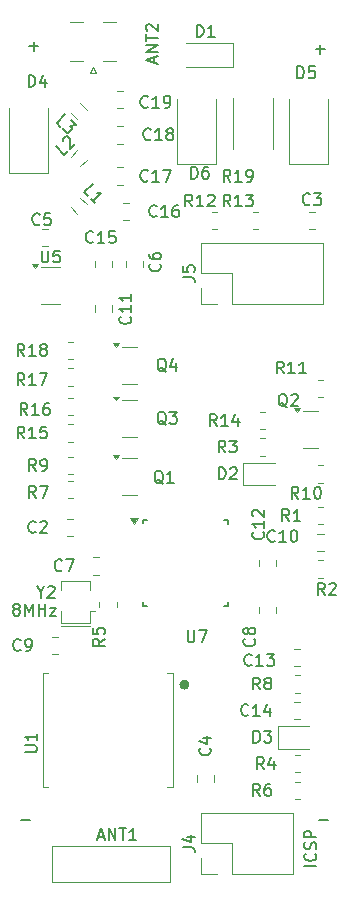
<source format=gbr>
%TF.GenerationSoftware,KiCad,Pcbnew,8.0.8*%
%TF.CreationDate,2025-01-26T19:35:19-06:00*%
%TF.ProjectId,ptSolar,7074536f-6c61-4722-9e6b-696361645f70,rev?*%
%TF.SameCoordinates,Original*%
%TF.FileFunction,Legend,Top*%
%TF.FilePolarity,Positive*%
%FSLAX46Y46*%
G04 Gerber Fmt 4.6, Leading zero omitted, Abs format (unit mm)*
G04 Created by KiCad (PCBNEW 8.0.8) date 2025-01-26 19:35:19*
%MOMM*%
%LPD*%
G01*
G04 APERTURE LIST*
%ADD10C,0.150000*%
%ADD11C,0.120000*%
%ADD12C,0.100000*%
%ADD13C,0.450000*%
G04 APERTURE END LIST*
D10*
X164119819Y-139663220D02*
X163119819Y-139663220D01*
X164024580Y-138615602D02*
X164072200Y-138663221D01*
X164072200Y-138663221D02*
X164119819Y-138806078D01*
X164119819Y-138806078D02*
X164119819Y-138901316D01*
X164119819Y-138901316D02*
X164072200Y-139044173D01*
X164072200Y-139044173D02*
X163976961Y-139139411D01*
X163976961Y-139139411D02*
X163881723Y-139187030D01*
X163881723Y-139187030D02*
X163691247Y-139234649D01*
X163691247Y-139234649D02*
X163548390Y-139234649D01*
X163548390Y-139234649D02*
X163357914Y-139187030D01*
X163357914Y-139187030D02*
X163262676Y-139139411D01*
X163262676Y-139139411D02*
X163167438Y-139044173D01*
X163167438Y-139044173D02*
X163119819Y-138901316D01*
X163119819Y-138901316D02*
X163119819Y-138806078D01*
X163119819Y-138806078D02*
X163167438Y-138663221D01*
X163167438Y-138663221D02*
X163215057Y-138615602D01*
X164072200Y-138234649D02*
X164119819Y-138091792D01*
X164119819Y-138091792D02*
X164119819Y-137853697D01*
X164119819Y-137853697D02*
X164072200Y-137758459D01*
X164072200Y-137758459D02*
X164024580Y-137710840D01*
X164024580Y-137710840D02*
X163929342Y-137663221D01*
X163929342Y-137663221D02*
X163834104Y-137663221D01*
X163834104Y-137663221D02*
X163738866Y-137710840D01*
X163738866Y-137710840D02*
X163691247Y-137758459D01*
X163691247Y-137758459D02*
X163643628Y-137853697D01*
X163643628Y-137853697D02*
X163596009Y-138044173D01*
X163596009Y-138044173D02*
X163548390Y-138139411D01*
X163548390Y-138139411D02*
X163500771Y-138187030D01*
X163500771Y-138187030D02*
X163405533Y-138234649D01*
X163405533Y-138234649D02*
X163310295Y-138234649D01*
X163310295Y-138234649D02*
X163215057Y-138187030D01*
X163215057Y-138187030D02*
X163167438Y-138139411D01*
X163167438Y-138139411D02*
X163119819Y-138044173D01*
X163119819Y-138044173D02*
X163119819Y-137806078D01*
X163119819Y-137806078D02*
X163167438Y-137663221D01*
X164119819Y-137234649D02*
X163119819Y-137234649D01*
X163119819Y-137234649D02*
X163119819Y-136853697D01*
X163119819Y-136853697D02*
X163167438Y-136758459D01*
X163167438Y-136758459D02*
X163215057Y-136710840D01*
X163215057Y-136710840D02*
X163310295Y-136663221D01*
X163310295Y-136663221D02*
X163453152Y-136663221D01*
X163453152Y-136663221D02*
X163548390Y-136710840D01*
X163548390Y-136710840D02*
X163596009Y-136758459D01*
X163596009Y-136758459D02*
X163643628Y-136853697D01*
X163643628Y-136853697D02*
X163643628Y-137234649D01*
X156857142Y-83804819D02*
X156523809Y-83328628D01*
X156285714Y-83804819D02*
X156285714Y-82804819D01*
X156285714Y-82804819D02*
X156666666Y-82804819D01*
X156666666Y-82804819D02*
X156761904Y-82852438D01*
X156761904Y-82852438D02*
X156809523Y-82900057D01*
X156809523Y-82900057D02*
X156857142Y-82995295D01*
X156857142Y-82995295D02*
X156857142Y-83138152D01*
X156857142Y-83138152D02*
X156809523Y-83233390D01*
X156809523Y-83233390D02*
X156761904Y-83281009D01*
X156761904Y-83281009D02*
X156666666Y-83328628D01*
X156666666Y-83328628D02*
X156285714Y-83328628D01*
X157809523Y-83804819D02*
X157238095Y-83804819D01*
X157523809Y-83804819D02*
X157523809Y-82804819D01*
X157523809Y-82804819D02*
X157428571Y-82947676D01*
X157428571Y-82947676D02*
X157333333Y-83042914D01*
X157333333Y-83042914D02*
X157238095Y-83090533D01*
X158142857Y-82804819D02*
X158761904Y-82804819D01*
X158761904Y-82804819D02*
X158428571Y-83185771D01*
X158428571Y-83185771D02*
X158571428Y-83185771D01*
X158571428Y-83185771D02*
X158666666Y-83233390D01*
X158666666Y-83233390D02*
X158714285Y-83281009D01*
X158714285Y-83281009D02*
X158761904Y-83376247D01*
X158761904Y-83376247D02*
X158761904Y-83614342D01*
X158761904Y-83614342D02*
X158714285Y-83709580D01*
X158714285Y-83709580D02*
X158666666Y-83757200D01*
X158666666Y-83757200D02*
X158571428Y-83804819D01*
X158571428Y-83804819D02*
X158285714Y-83804819D01*
X158285714Y-83804819D02*
X158190476Y-83757200D01*
X158190476Y-83757200D02*
X158142857Y-83709580D01*
X153607142Y-83804819D02*
X153273809Y-83328628D01*
X153035714Y-83804819D02*
X153035714Y-82804819D01*
X153035714Y-82804819D02*
X153416666Y-82804819D01*
X153416666Y-82804819D02*
X153511904Y-82852438D01*
X153511904Y-82852438D02*
X153559523Y-82900057D01*
X153559523Y-82900057D02*
X153607142Y-82995295D01*
X153607142Y-82995295D02*
X153607142Y-83138152D01*
X153607142Y-83138152D02*
X153559523Y-83233390D01*
X153559523Y-83233390D02*
X153511904Y-83281009D01*
X153511904Y-83281009D02*
X153416666Y-83328628D01*
X153416666Y-83328628D02*
X153035714Y-83328628D01*
X154559523Y-83804819D02*
X153988095Y-83804819D01*
X154273809Y-83804819D02*
X154273809Y-82804819D01*
X154273809Y-82804819D02*
X154178571Y-82947676D01*
X154178571Y-82947676D02*
X154083333Y-83042914D01*
X154083333Y-83042914D02*
X153988095Y-83090533D01*
X154940476Y-82900057D02*
X154988095Y-82852438D01*
X154988095Y-82852438D02*
X155083333Y-82804819D01*
X155083333Y-82804819D02*
X155321428Y-82804819D01*
X155321428Y-82804819D02*
X155416666Y-82852438D01*
X155416666Y-82852438D02*
X155464285Y-82900057D01*
X155464285Y-82900057D02*
X155511904Y-82995295D01*
X155511904Y-82995295D02*
X155511904Y-83090533D01*
X155511904Y-83090533D02*
X155464285Y-83233390D01*
X155464285Y-83233390D02*
X154892857Y-83804819D01*
X154892857Y-83804819D02*
X155511904Y-83804819D01*
X139836779Y-70238866D02*
X140598684Y-70238866D01*
X140217731Y-70619819D02*
X140217731Y-69857914D01*
X139086779Y-135738866D02*
X139848684Y-135738866D01*
X164336779Y-135738866D02*
X165098684Y-135738866D01*
X164086779Y-70488866D02*
X164848684Y-70488866D01*
X164467731Y-70869819D02*
X164467731Y-70107914D01*
X139454819Y-130011904D02*
X140264342Y-130011904D01*
X140264342Y-130011904D02*
X140359580Y-129964285D01*
X140359580Y-129964285D02*
X140407200Y-129916666D01*
X140407200Y-129916666D02*
X140454819Y-129821428D01*
X140454819Y-129821428D02*
X140454819Y-129630952D01*
X140454819Y-129630952D02*
X140407200Y-129535714D01*
X140407200Y-129535714D02*
X140359580Y-129488095D01*
X140359580Y-129488095D02*
X140264342Y-129440476D01*
X140264342Y-129440476D02*
X139454819Y-129440476D01*
X140454819Y-128440476D02*
X140454819Y-129011904D01*
X140454819Y-128726190D02*
X139454819Y-128726190D01*
X139454819Y-128726190D02*
X139597676Y-128821428D01*
X139597676Y-128821428D02*
X139692914Y-128916666D01*
X139692914Y-128916666D02*
X139740533Y-129011904D01*
X152824819Y-89803333D02*
X153539104Y-89803333D01*
X153539104Y-89803333D02*
X153681961Y-89850952D01*
X153681961Y-89850952D02*
X153777200Y-89946190D01*
X153777200Y-89946190D02*
X153824819Y-90089047D01*
X153824819Y-90089047D02*
X153824819Y-90184285D01*
X152824819Y-88850952D02*
X152824819Y-89327142D01*
X152824819Y-89327142D02*
X153301009Y-89374761D01*
X153301009Y-89374761D02*
X153253390Y-89327142D01*
X153253390Y-89327142D02*
X153205771Y-89231904D01*
X153205771Y-89231904D02*
X153205771Y-88993809D01*
X153205771Y-88993809D02*
X153253390Y-88898571D01*
X153253390Y-88898571D02*
X153301009Y-88850952D01*
X153301009Y-88850952D02*
X153396247Y-88803333D01*
X153396247Y-88803333D02*
X153634342Y-88803333D01*
X153634342Y-88803333D02*
X153729580Y-88850952D01*
X153729580Y-88850952D02*
X153777200Y-88898571D01*
X153777200Y-88898571D02*
X153824819Y-88993809D01*
X153824819Y-88993809D02*
X153824819Y-89231904D01*
X153824819Y-89231904D02*
X153777200Y-89327142D01*
X153777200Y-89327142D02*
X153729580Y-89374761D01*
X145630952Y-137169104D02*
X146107142Y-137169104D01*
X145535714Y-137454819D02*
X145869047Y-136454819D01*
X145869047Y-136454819D02*
X146202380Y-137454819D01*
X146535714Y-137454819D02*
X146535714Y-136454819D01*
X146535714Y-136454819D02*
X147107142Y-137454819D01*
X147107142Y-137454819D02*
X147107142Y-136454819D01*
X147440476Y-136454819D02*
X148011904Y-136454819D01*
X147726190Y-137454819D02*
X147726190Y-136454819D01*
X148869047Y-137454819D02*
X148297619Y-137454819D01*
X148583333Y-137454819D02*
X148583333Y-136454819D01*
X148583333Y-136454819D02*
X148488095Y-136597676D01*
X148488095Y-136597676D02*
X148392857Y-136692914D01*
X148392857Y-136692914D02*
X148297619Y-136740533D01*
X155694642Y-102411069D02*
X155361309Y-101934878D01*
X155123214Y-102411069D02*
X155123214Y-101411069D01*
X155123214Y-101411069D02*
X155504166Y-101411069D01*
X155504166Y-101411069D02*
X155599404Y-101458688D01*
X155599404Y-101458688D02*
X155647023Y-101506307D01*
X155647023Y-101506307D02*
X155694642Y-101601545D01*
X155694642Y-101601545D02*
X155694642Y-101744402D01*
X155694642Y-101744402D02*
X155647023Y-101839640D01*
X155647023Y-101839640D02*
X155599404Y-101887259D01*
X155599404Y-101887259D02*
X155504166Y-101934878D01*
X155504166Y-101934878D02*
X155123214Y-101934878D01*
X156647023Y-102411069D02*
X156075595Y-102411069D01*
X156361309Y-102411069D02*
X156361309Y-101411069D01*
X156361309Y-101411069D02*
X156266071Y-101553926D01*
X156266071Y-101553926D02*
X156170833Y-101649164D01*
X156170833Y-101649164D02*
X156075595Y-101696783D01*
X157504166Y-101744402D02*
X157504166Y-102411069D01*
X157266071Y-101363450D02*
X157027976Y-102077735D01*
X157027976Y-102077735D02*
X157647023Y-102077735D01*
X159353333Y-133704819D02*
X159020000Y-133228628D01*
X158781905Y-133704819D02*
X158781905Y-132704819D01*
X158781905Y-132704819D02*
X159162857Y-132704819D01*
X159162857Y-132704819D02*
X159258095Y-132752438D01*
X159258095Y-132752438D02*
X159305714Y-132800057D01*
X159305714Y-132800057D02*
X159353333Y-132895295D01*
X159353333Y-132895295D02*
X159353333Y-133038152D01*
X159353333Y-133038152D02*
X159305714Y-133133390D01*
X159305714Y-133133390D02*
X159258095Y-133181009D01*
X159258095Y-133181009D02*
X159162857Y-133228628D01*
X159162857Y-133228628D02*
X158781905Y-133228628D01*
X160210476Y-132704819D02*
X160020000Y-132704819D01*
X160020000Y-132704819D02*
X159924762Y-132752438D01*
X159924762Y-132752438D02*
X159877143Y-132800057D01*
X159877143Y-132800057D02*
X159781905Y-132942914D01*
X159781905Y-132942914D02*
X159734286Y-133133390D01*
X159734286Y-133133390D02*
X159734286Y-133514342D01*
X159734286Y-133514342D02*
X159781905Y-133609580D01*
X159781905Y-133609580D02*
X159829524Y-133657200D01*
X159829524Y-133657200D02*
X159924762Y-133704819D01*
X159924762Y-133704819D02*
X160115238Y-133704819D01*
X160115238Y-133704819D02*
X160210476Y-133657200D01*
X160210476Y-133657200D02*
X160258095Y-133609580D01*
X160258095Y-133609580D02*
X160305714Y-133514342D01*
X160305714Y-133514342D02*
X160305714Y-133276247D01*
X160305714Y-133276247D02*
X160258095Y-133181009D01*
X160258095Y-133181009D02*
X160210476Y-133133390D01*
X160210476Y-133133390D02*
X160115238Y-133085771D01*
X160115238Y-133085771D02*
X159924762Y-133085771D01*
X159924762Y-133085771D02*
X159829524Y-133133390D01*
X159829524Y-133133390D02*
X159781905Y-133181009D01*
X159781905Y-133181009D02*
X159734286Y-133276247D01*
X139405616Y-103456345D02*
X139072283Y-102980154D01*
X138834188Y-103456345D02*
X138834188Y-102456345D01*
X138834188Y-102456345D02*
X139215140Y-102456345D01*
X139215140Y-102456345D02*
X139310378Y-102503964D01*
X139310378Y-102503964D02*
X139357997Y-102551583D01*
X139357997Y-102551583D02*
X139405616Y-102646821D01*
X139405616Y-102646821D02*
X139405616Y-102789678D01*
X139405616Y-102789678D02*
X139357997Y-102884916D01*
X139357997Y-102884916D02*
X139310378Y-102932535D01*
X139310378Y-102932535D02*
X139215140Y-102980154D01*
X139215140Y-102980154D02*
X138834188Y-102980154D01*
X140357997Y-103456345D02*
X139786569Y-103456345D01*
X140072283Y-103456345D02*
X140072283Y-102456345D01*
X140072283Y-102456345D02*
X139977045Y-102599202D01*
X139977045Y-102599202D02*
X139881807Y-102694440D01*
X139881807Y-102694440D02*
X139786569Y-102742059D01*
X141262759Y-102456345D02*
X140786569Y-102456345D01*
X140786569Y-102456345D02*
X140738950Y-102932535D01*
X140738950Y-102932535D02*
X140786569Y-102884916D01*
X140786569Y-102884916D02*
X140881807Y-102837297D01*
X140881807Y-102837297D02*
X141119902Y-102837297D01*
X141119902Y-102837297D02*
X141215140Y-102884916D01*
X141215140Y-102884916D02*
X141262759Y-102932535D01*
X141262759Y-102932535D02*
X141310378Y-103027773D01*
X141310378Y-103027773D02*
X141310378Y-103265868D01*
X141310378Y-103265868D02*
X141262759Y-103361106D01*
X141262759Y-103361106D02*
X141215140Y-103408726D01*
X141215140Y-103408726D02*
X141119902Y-103456345D01*
X141119902Y-103456345D02*
X140881807Y-103456345D01*
X140881807Y-103456345D02*
X140786569Y-103408726D01*
X140786569Y-103408726D02*
X140738950Y-103361106D01*
X148359580Y-93142857D02*
X148407200Y-93190476D01*
X148407200Y-93190476D02*
X148454819Y-93333333D01*
X148454819Y-93333333D02*
X148454819Y-93428571D01*
X148454819Y-93428571D02*
X148407200Y-93571428D01*
X148407200Y-93571428D02*
X148311961Y-93666666D01*
X148311961Y-93666666D02*
X148216723Y-93714285D01*
X148216723Y-93714285D02*
X148026247Y-93761904D01*
X148026247Y-93761904D02*
X147883390Y-93761904D01*
X147883390Y-93761904D02*
X147692914Y-93714285D01*
X147692914Y-93714285D02*
X147597676Y-93666666D01*
X147597676Y-93666666D02*
X147502438Y-93571428D01*
X147502438Y-93571428D02*
X147454819Y-93428571D01*
X147454819Y-93428571D02*
X147454819Y-93333333D01*
X147454819Y-93333333D02*
X147502438Y-93190476D01*
X147502438Y-93190476D02*
X147550057Y-93142857D01*
X148454819Y-92190476D02*
X148454819Y-92761904D01*
X148454819Y-92476190D02*
X147454819Y-92476190D01*
X147454819Y-92476190D02*
X147597676Y-92571428D01*
X147597676Y-92571428D02*
X147692914Y-92666666D01*
X147692914Y-92666666D02*
X147740533Y-92761904D01*
X148454819Y-91238095D02*
X148454819Y-91809523D01*
X148454819Y-91523809D02*
X147454819Y-91523809D01*
X147454819Y-91523809D02*
X147597676Y-91619047D01*
X147597676Y-91619047D02*
X147692914Y-91714285D01*
X147692914Y-91714285D02*
X147740533Y-91809523D01*
X155869405Y-106911069D02*
X155869405Y-105911069D01*
X155869405Y-105911069D02*
X156107500Y-105911069D01*
X156107500Y-105911069D02*
X156250357Y-105958688D01*
X156250357Y-105958688D02*
X156345595Y-106053926D01*
X156345595Y-106053926D02*
X156393214Y-106149164D01*
X156393214Y-106149164D02*
X156440833Y-106339640D01*
X156440833Y-106339640D02*
X156440833Y-106482497D01*
X156440833Y-106482497D02*
X156393214Y-106672973D01*
X156393214Y-106672973D02*
X156345595Y-106768211D01*
X156345595Y-106768211D02*
X156250357Y-106863450D01*
X156250357Y-106863450D02*
X156107500Y-106911069D01*
X156107500Y-106911069D02*
X155869405Y-106911069D01*
X156821786Y-106006307D02*
X156869405Y-105958688D01*
X156869405Y-105958688D02*
X156964643Y-105911069D01*
X156964643Y-105911069D02*
X157202738Y-105911069D01*
X157202738Y-105911069D02*
X157297976Y-105958688D01*
X157297976Y-105958688D02*
X157345595Y-106006307D01*
X157345595Y-106006307D02*
X157393214Y-106101545D01*
X157393214Y-106101545D02*
X157393214Y-106196783D01*
X157393214Y-106196783D02*
X157345595Y-106339640D01*
X157345595Y-106339640D02*
X156774167Y-106911069D01*
X156774167Y-106911069D02*
X157393214Y-106911069D01*
X156857142Y-81704819D02*
X156523809Y-81228628D01*
X156285714Y-81704819D02*
X156285714Y-80704819D01*
X156285714Y-80704819D02*
X156666666Y-80704819D01*
X156666666Y-80704819D02*
X156761904Y-80752438D01*
X156761904Y-80752438D02*
X156809523Y-80800057D01*
X156809523Y-80800057D02*
X156857142Y-80895295D01*
X156857142Y-80895295D02*
X156857142Y-81038152D01*
X156857142Y-81038152D02*
X156809523Y-81133390D01*
X156809523Y-81133390D02*
X156761904Y-81181009D01*
X156761904Y-81181009D02*
X156666666Y-81228628D01*
X156666666Y-81228628D02*
X156285714Y-81228628D01*
X157809523Y-81704819D02*
X157238095Y-81704819D01*
X157523809Y-81704819D02*
X157523809Y-80704819D01*
X157523809Y-80704819D02*
X157428571Y-80847676D01*
X157428571Y-80847676D02*
X157333333Y-80942914D01*
X157333333Y-80942914D02*
X157238095Y-80990533D01*
X158285714Y-81704819D02*
X158476190Y-81704819D01*
X158476190Y-81704819D02*
X158571428Y-81657200D01*
X158571428Y-81657200D02*
X158619047Y-81609580D01*
X158619047Y-81609580D02*
X158714285Y-81466723D01*
X158714285Y-81466723D02*
X158761904Y-81276247D01*
X158761904Y-81276247D02*
X158761904Y-80895295D01*
X158761904Y-80895295D02*
X158714285Y-80800057D01*
X158714285Y-80800057D02*
X158666666Y-80752438D01*
X158666666Y-80752438D02*
X158571428Y-80704819D01*
X158571428Y-80704819D02*
X158380952Y-80704819D01*
X158380952Y-80704819D02*
X158285714Y-80752438D01*
X158285714Y-80752438D02*
X158238095Y-80800057D01*
X158238095Y-80800057D02*
X158190476Y-80895295D01*
X158190476Y-80895295D02*
X158190476Y-81133390D01*
X158190476Y-81133390D02*
X158238095Y-81228628D01*
X158238095Y-81228628D02*
X158285714Y-81276247D01*
X158285714Y-81276247D02*
X158380952Y-81323866D01*
X158380952Y-81323866D02*
X158571428Y-81323866D01*
X158571428Y-81323866D02*
X158666666Y-81276247D01*
X158666666Y-81276247D02*
X158714285Y-81228628D01*
X158714285Y-81228628D02*
X158761904Y-81133390D01*
X140381807Y-108457871D02*
X140048474Y-107981680D01*
X139810379Y-108457871D02*
X139810379Y-107457871D01*
X139810379Y-107457871D02*
X140191331Y-107457871D01*
X140191331Y-107457871D02*
X140286569Y-107505490D01*
X140286569Y-107505490D02*
X140334188Y-107553109D01*
X140334188Y-107553109D02*
X140381807Y-107648347D01*
X140381807Y-107648347D02*
X140381807Y-107791204D01*
X140381807Y-107791204D02*
X140334188Y-107886442D01*
X140334188Y-107886442D02*
X140286569Y-107934061D01*
X140286569Y-107934061D02*
X140191331Y-107981680D01*
X140191331Y-107981680D02*
X139810379Y-107981680D01*
X140715141Y-107457871D02*
X141381807Y-107457871D01*
X141381807Y-107457871D02*
X140953236Y-108457871D01*
X150607142Y-84609580D02*
X150559523Y-84657200D01*
X150559523Y-84657200D02*
X150416666Y-84704819D01*
X150416666Y-84704819D02*
X150321428Y-84704819D01*
X150321428Y-84704819D02*
X150178571Y-84657200D01*
X150178571Y-84657200D02*
X150083333Y-84561961D01*
X150083333Y-84561961D02*
X150035714Y-84466723D01*
X150035714Y-84466723D02*
X149988095Y-84276247D01*
X149988095Y-84276247D02*
X149988095Y-84133390D01*
X149988095Y-84133390D02*
X150035714Y-83942914D01*
X150035714Y-83942914D02*
X150083333Y-83847676D01*
X150083333Y-83847676D02*
X150178571Y-83752438D01*
X150178571Y-83752438D02*
X150321428Y-83704819D01*
X150321428Y-83704819D02*
X150416666Y-83704819D01*
X150416666Y-83704819D02*
X150559523Y-83752438D01*
X150559523Y-83752438D02*
X150607142Y-83800057D01*
X151559523Y-84704819D02*
X150988095Y-84704819D01*
X151273809Y-84704819D02*
X151273809Y-83704819D01*
X151273809Y-83704819D02*
X151178571Y-83847676D01*
X151178571Y-83847676D02*
X151083333Y-83942914D01*
X151083333Y-83942914D02*
X150988095Y-83990533D01*
X152416666Y-83704819D02*
X152226190Y-83704819D01*
X152226190Y-83704819D02*
X152130952Y-83752438D01*
X152130952Y-83752438D02*
X152083333Y-83800057D01*
X152083333Y-83800057D02*
X151988095Y-83942914D01*
X151988095Y-83942914D02*
X151940476Y-84133390D01*
X151940476Y-84133390D02*
X151940476Y-84514342D01*
X151940476Y-84514342D02*
X151988095Y-84609580D01*
X151988095Y-84609580D02*
X152035714Y-84657200D01*
X152035714Y-84657200D02*
X152130952Y-84704819D01*
X152130952Y-84704819D02*
X152321428Y-84704819D01*
X152321428Y-84704819D02*
X152416666Y-84657200D01*
X152416666Y-84657200D02*
X152464285Y-84609580D01*
X152464285Y-84609580D02*
X152511904Y-84514342D01*
X152511904Y-84514342D02*
X152511904Y-84276247D01*
X152511904Y-84276247D02*
X152464285Y-84181009D01*
X152464285Y-84181009D02*
X152416666Y-84133390D01*
X152416666Y-84133390D02*
X152321428Y-84085771D01*
X152321428Y-84085771D02*
X152130952Y-84085771D01*
X152130952Y-84085771D02*
X152035714Y-84133390D01*
X152035714Y-84133390D02*
X151988095Y-84181009D01*
X151988095Y-84181009D02*
X151940476Y-84276247D01*
X158647142Y-122609580D02*
X158599523Y-122657200D01*
X158599523Y-122657200D02*
X158456666Y-122704819D01*
X158456666Y-122704819D02*
X158361428Y-122704819D01*
X158361428Y-122704819D02*
X158218571Y-122657200D01*
X158218571Y-122657200D02*
X158123333Y-122561961D01*
X158123333Y-122561961D02*
X158075714Y-122466723D01*
X158075714Y-122466723D02*
X158028095Y-122276247D01*
X158028095Y-122276247D02*
X158028095Y-122133390D01*
X158028095Y-122133390D02*
X158075714Y-121942914D01*
X158075714Y-121942914D02*
X158123333Y-121847676D01*
X158123333Y-121847676D02*
X158218571Y-121752438D01*
X158218571Y-121752438D02*
X158361428Y-121704819D01*
X158361428Y-121704819D02*
X158456666Y-121704819D01*
X158456666Y-121704819D02*
X158599523Y-121752438D01*
X158599523Y-121752438D02*
X158647142Y-121800057D01*
X159599523Y-122704819D02*
X159028095Y-122704819D01*
X159313809Y-122704819D02*
X159313809Y-121704819D01*
X159313809Y-121704819D02*
X159218571Y-121847676D01*
X159218571Y-121847676D02*
X159123333Y-121942914D01*
X159123333Y-121942914D02*
X159028095Y-121990533D01*
X159932857Y-121704819D02*
X160551904Y-121704819D01*
X160551904Y-121704819D02*
X160218571Y-122085771D01*
X160218571Y-122085771D02*
X160361428Y-122085771D01*
X160361428Y-122085771D02*
X160456666Y-122133390D01*
X160456666Y-122133390D02*
X160504285Y-122181009D01*
X160504285Y-122181009D02*
X160551904Y-122276247D01*
X160551904Y-122276247D02*
X160551904Y-122514342D01*
X160551904Y-122514342D02*
X160504285Y-122609580D01*
X160504285Y-122609580D02*
X160456666Y-122657200D01*
X160456666Y-122657200D02*
X160361428Y-122704819D01*
X160361428Y-122704819D02*
X160075714Y-122704819D01*
X160075714Y-122704819D02*
X159980476Y-122657200D01*
X159980476Y-122657200D02*
X159932857Y-122609580D01*
X151404761Y-102301583D02*
X151309523Y-102253964D01*
X151309523Y-102253964D02*
X151214285Y-102158726D01*
X151214285Y-102158726D02*
X151071428Y-102015868D01*
X151071428Y-102015868D02*
X150976190Y-101968249D01*
X150976190Y-101968249D02*
X150880952Y-101968249D01*
X150928571Y-102206345D02*
X150833333Y-102158726D01*
X150833333Y-102158726D02*
X150738095Y-102063487D01*
X150738095Y-102063487D02*
X150690476Y-101873011D01*
X150690476Y-101873011D02*
X150690476Y-101539678D01*
X150690476Y-101539678D02*
X150738095Y-101349202D01*
X150738095Y-101349202D02*
X150833333Y-101253964D01*
X150833333Y-101253964D02*
X150928571Y-101206345D01*
X150928571Y-101206345D02*
X151119047Y-101206345D01*
X151119047Y-101206345D02*
X151214285Y-101253964D01*
X151214285Y-101253964D02*
X151309523Y-101349202D01*
X151309523Y-101349202D02*
X151357142Y-101539678D01*
X151357142Y-101539678D02*
X151357142Y-101873011D01*
X151357142Y-101873011D02*
X151309523Y-102063487D01*
X151309523Y-102063487D02*
X151214285Y-102158726D01*
X151214285Y-102158726D02*
X151119047Y-102206345D01*
X151119047Y-102206345D02*
X150928571Y-102206345D01*
X151690476Y-101206345D02*
X152309523Y-101206345D01*
X152309523Y-101206345D02*
X151976190Y-101587297D01*
X151976190Y-101587297D02*
X152119047Y-101587297D01*
X152119047Y-101587297D02*
X152214285Y-101634916D01*
X152214285Y-101634916D02*
X152261904Y-101682535D01*
X152261904Y-101682535D02*
X152309523Y-101777773D01*
X152309523Y-101777773D02*
X152309523Y-102015868D01*
X152309523Y-102015868D02*
X152261904Y-102111106D01*
X152261904Y-102111106D02*
X152214285Y-102158726D01*
X152214285Y-102158726D02*
X152119047Y-102206345D01*
X152119047Y-102206345D02*
X151833333Y-102206345D01*
X151833333Y-102206345D02*
X151738095Y-102158726D01*
X151738095Y-102158726D02*
X151690476Y-102111106D01*
X140381807Y-106207871D02*
X140048474Y-105731680D01*
X139810379Y-106207871D02*
X139810379Y-105207871D01*
X139810379Y-105207871D02*
X140191331Y-105207871D01*
X140191331Y-105207871D02*
X140286569Y-105255490D01*
X140286569Y-105255490D02*
X140334188Y-105303109D01*
X140334188Y-105303109D02*
X140381807Y-105398347D01*
X140381807Y-105398347D02*
X140381807Y-105541204D01*
X140381807Y-105541204D02*
X140334188Y-105636442D01*
X140334188Y-105636442D02*
X140286569Y-105684061D01*
X140286569Y-105684061D02*
X140191331Y-105731680D01*
X140191331Y-105731680D02*
X139810379Y-105731680D01*
X140857998Y-106207871D02*
X141048474Y-106207871D01*
X141048474Y-106207871D02*
X141143712Y-106160252D01*
X141143712Y-106160252D02*
X141191331Y-106112632D01*
X141191331Y-106112632D02*
X141286569Y-105969775D01*
X141286569Y-105969775D02*
X141334188Y-105779299D01*
X141334188Y-105779299D02*
X141334188Y-105398347D01*
X141334188Y-105398347D02*
X141286569Y-105303109D01*
X141286569Y-105303109D02*
X141238950Y-105255490D01*
X141238950Y-105255490D02*
X141143712Y-105207871D01*
X141143712Y-105207871D02*
X140953236Y-105207871D01*
X140953236Y-105207871D02*
X140857998Y-105255490D01*
X140857998Y-105255490D02*
X140810379Y-105303109D01*
X140810379Y-105303109D02*
X140762760Y-105398347D01*
X140762760Y-105398347D02*
X140762760Y-105636442D01*
X140762760Y-105636442D02*
X140810379Y-105731680D01*
X140810379Y-105731680D02*
X140857998Y-105779299D01*
X140857998Y-105779299D02*
X140953236Y-105826918D01*
X140953236Y-105826918D02*
X141143712Y-105826918D01*
X141143712Y-105826918D02*
X141238950Y-105779299D01*
X141238950Y-105779299D02*
X141286569Y-105731680D01*
X141286569Y-105731680D02*
X141334188Y-105636442D01*
X140863095Y-87554819D02*
X140863095Y-88364342D01*
X140863095Y-88364342D02*
X140910714Y-88459580D01*
X140910714Y-88459580D02*
X140958333Y-88507200D01*
X140958333Y-88507200D02*
X141053571Y-88554819D01*
X141053571Y-88554819D02*
X141244047Y-88554819D01*
X141244047Y-88554819D02*
X141339285Y-88507200D01*
X141339285Y-88507200D02*
X141386904Y-88459580D01*
X141386904Y-88459580D02*
X141434523Y-88364342D01*
X141434523Y-88364342D02*
X141434523Y-87554819D01*
X142386904Y-87554819D02*
X141910714Y-87554819D01*
X141910714Y-87554819D02*
X141863095Y-88031009D01*
X141863095Y-88031009D02*
X141910714Y-87983390D01*
X141910714Y-87983390D02*
X142005952Y-87935771D01*
X142005952Y-87935771D02*
X142244047Y-87935771D01*
X142244047Y-87935771D02*
X142339285Y-87983390D01*
X142339285Y-87983390D02*
X142386904Y-88031009D01*
X142386904Y-88031009D02*
X142434523Y-88126247D01*
X142434523Y-88126247D02*
X142434523Y-88364342D01*
X142434523Y-88364342D02*
X142386904Y-88459580D01*
X142386904Y-88459580D02*
X142339285Y-88507200D01*
X142339285Y-88507200D02*
X142244047Y-88554819D01*
X142244047Y-88554819D02*
X142005952Y-88554819D01*
X142005952Y-88554819D02*
X141910714Y-88507200D01*
X141910714Y-88507200D02*
X141863095Y-88459580D01*
X160607142Y-112109580D02*
X160559523Y-112157200D01*
X160559523Y-112157200D02*
X160416666Y-112204819D01*
X160416666Y-112204819D02*
X160321428Y-112204819D01*
X160321428Y-112204819D02*
X160178571Y-112157200D01*
X160178571Y-112157200D02*
X160083333Y-112061961D01*
X160083333Y-112061961D02*
X160035714Y-111966723D01*
X160035714Y-111966723D02*
X159988095Y-111776247D01*
X159988095Y-111776247D02*
X159988095Y-111633390D01*
X159988095Y-111633390D02*
X160035714Y-111442914D01*
X160035714Y-111442914D02*
X160083333Y-111347676D01*
X160083333Y-111347676D02*
X160178571Y-111252438D01*
X160178571Y-111252438D02*
X160321428Y-111204819D01*
X160321428Y-111204819D02*
X160416666Y-111204819D01*
X160416666Y-111204819D02*
X160559523Y-111252438D01*
X160559523Y-111252438D02*
X160607142Y-111300057D01*
X161559523Y-112204819D02*
X160988095Y-112204819D01*
X161273809Y-112204819D02*
X161273809Y-111204819D01*
X161273809Y-111204819D02*
X161178571Y-111347676D01*
X161178571Y-111347676D02*
X161083333Y-111442914D01*
X161083333Y-111442914D02*
X160988095Y-111490533D01*
X162178571Y-111204819D02*
X162273809Y-111204819D01*
X162273809Y-111204819D02*
X162369047Y-111252438D01*
X162369047Y-111252438D02*
X162416666Y-111300057D01*
X162416666Y-111300057D02*
X162464285Y-111395295D01*
X162464285Y-111395295D02*
X162511904Y-111585771D01*
X162511904Y-111585771D02*
X162511904Y-111823866D01*
X162511904Y-111823866D02*
X162464285Y-112014342D01*
X162464285Y-112014342D02*
X162416666Y-112109580D01*
X162416666Y-112109580D02*
X162369047Y-112157200D01*
X162369047Y-112157200D02*
X162273809Y-112204819D01*
X162273809Y-112204819D02*
X162178571Y-112204819D01*
X162178571Y-112204819D02*
X162083333Y-112157200D01*
X162083333Y-112157200D02*
X162035714Y-112109580D01*
X162035714Y-112109580D02*
X161988095Y-112014342D01*
X161988095Y-112014342D02*
X161940476Y-111823866D01*
X161940476Y-111823866D02*
X161940476Y-111585771D01*
X161940476Y-111585771D02*
X161988095Y-111395295D01*
X161988095Y-111395295D02*
X162035714Y-111300057D01*
X162035714Y-111300057D02*
X162083333Y-111252438D01*
X162083333Y-111252438D02*
X162178571Y-111204819D01*
X158859580Y-120416666D02*
X158907200Y-120464285D01*
X158907200Y-120464285D02*
X158954819Y-120607142D01*
X158954819Y-120607142D02*
X158954819Y-120702380D01*
X158954819Y-120702380D02*
X158907200Y-120845237D01*
X158907200Y-120845237D02*
X158811961Y-120940475D01*
X158811961Y-120940475D02*
X158716723Y-120988094D01*
X158716723Y-120988094D02*
X158526247Y-121035713D01*
X158526247Y-121035713D02*
X158383390Y-121035713D01*
X158383390Y-121035713D02*
X158192914Y-120988094D01*
X158192914Y-120988094D02*
X158097676Y-120940475D01*
X158097676Y-120940475D02*
X158002438Y-120845237D01*
X158002438Y-120845237D02*
X157954819Y-120702380D01*
X157954819Y-120702380D02*
X157954819Y-120607142D01*
X157954819Y-120607142D02*
X158002438Y-120464285D01*
X158002438Y-120464285D02*
X158050057Y-120416666D01*
X158383390Y-119845237D02*
X158335771Y-119940475D01*
X158335771Y-119940475D02*
X158288152Y-119988094D01*
X158288152Y-119988094D02*
X158192914Y-120035713D01*
X158192914Y-120035713D02*
X158145295Y-120035713D01*
X158145295Y-120035713D02*
X158050057Y-119988094D01*
X158050057Y-119988094D02*
X158002438Y-119940475D01*
X158002438Y-119940475D02*
X157954819Y-119845237D01*
X157954819Y-119845237D02*
X157954819Y-119654761D01*
X157954819Y-119654761D02*
X158002438Y-119559523D01*
X158002438Y-119559523D02*
X158050057Y-119511904D01*
X158050057Y-119511904D02*
X158145295Y-119464285D01*
X158145295Y-119464285D02*
X158192914Y-119464285D01*
X158192914Y-119464285D02*
X158288152Y-119511904D01*
X158288152Y-119511904D02*
X158335771Y-119559523D01*
X158335771Y-119559523D02*
X158383390Y-119654761D01*
X158383390Y-119654761D02*
X158383390Y-119845237D01*
X158383390Y-119845237D02*
X158431009Y-119940475D01*
X158431009Y-119940475D02*
X158478628Y-119988094D01*
X158478628Y-119988094D02*
X158573866Y-120035713D01*
X158573866Y-120035713D02*
X158764342Y-120035713D01*
X158764342Y-120035713D02*
X158859580Y-119988094D01*
X158859580Y-119988094D02*
X158907200Y-119940475D01*
X158907200Y-119940475D02*
X158954819Y-119845237D01*
X158954819Y-119845237D02*
X158954819Y-119654761D01*
X158954819Y-119654761D02*
X158907200Y-119559523D01*
X158907200Y-119559523D02*
X158859580Y-119511904D01*
X158859580Y-119511904D02*
X158764342Y-119464285D01*
X158764342Y-119464285D02*
X158573866Y-119464285D01*
X158573866Y-119464285D02*
X158478628Y-119511904D01*
X158478628Y-119511904D02*
X158431009Y-119559523D01*
X158431009Y-119559523D02*
X158383390Y-119654761D01*
X154011905Y-69454819D02*
X154011905Y-68454819D01*
X154011905Y-68454819D02*
X154250000Y-68454819D01*
X154250000Y-68454819D02*
X154392857Y-68502438D01*
X154392857Y-68502438D02*
X154488095Y-68597676D01*
X154488095Y-68597676D02*
X154535714Y-68692914D01*
X154535714Y-68692914D02*
X154583333Y-68883390D01*
X154583333Y-68883390D02*
X154583333Y-69026247D01*
X154583333Y-69026247D02*
X154535714Y-69216723D01*
X154535714Y-69216723D02*
X154488095Y-69311961D01*
X154488095Y-69311961D02*
X154392857Y-69407200D01*
X154392857Y-69407200D02*
X154250000Y-69454819D01*
X154250000Y-69454819D02*
X154011905Y-69454819D01*
X155535714Y-69454819D02*
X154964286Y-69454819D01*
X155250000Y-69454819D02*
X155250000Y-68454819D01*
X155250000Y-68454819D02*
X155154762Y-68597676D01*
X155154762Y-68597676D02*
X155059524Y-68692914D01*
X155059524Y-68692914D02*
X154964286Y-68740533D01*
X155109580Y-129666666D02*
X155157200Y-129714285D01*
X155157200Y-129714285D02*
X155204819Y-129857142D01*
X155204819Y-129857142D02*
X155204819Y-129952380D01*
X155204819Y-129952380D02*
X155157200Y-130095237D01*
X155157200Y-130095237D02*
X155061961Y-130190475D01*
X155061961Y-130190475D02*
X154966723Y-130238094D01*
X154966723Y-130238094D02*
X154776247Y-130285713D01*
X154776247Y-130285713D02*
X154633390Y-130285713D01*
X154633390Y-130285713D02*
X154442914Y-130238094D01*
X154442914Y-130238094D02*
X154347676Y-130190475D01*
X154347676Y-130190475D02*
X154252438Y-130095237D01*
X154252438Y-130095237D02*
X154204819Y-129952380D01*
X154204819Y-129952380D02*
X154204819Y-129857142D01*
X154204819Y-129857142D02*
X154252438Y-129714285D01*
X154252438Y-129714285D02*
X154300057Y-129666666D01*
X154538152Y-128809523D02*
X155204819Y-128809523D01*
X154157200Y-129047618D02*
X154871485Y-129285713D01*
X154871485Y-129285713D02*
X154871485Y-128666666D01*
X142583333Y-114609580D02*
X142535714Y-114657200D01*
X142535714Y-114657200D02*
X142392857Y-114704819D01*
X142392857Y-114704819D02*
X142297619Y-114704819D01*
X142297619Y-114704819D02*
X142154762Y-114657200D01*
X142154762Y-114657200D02*
X142059524Y-114561961D01*
X142059524Y-114561961D02*
X142011905Y-114466723D01*
X142011905Y-114466723D02*
X141964286Y-114276247D01*
X141964286Y-114276247D02*
X141964286Y-114133390D01*
X141964286Y-114133390D02*
X142011905Y-113942914D01*
X142011905Y-113942914D02*
X142059524Y-113847676D01*
X142059524Y-113847676D02*
X142154762Y-113752438D01*
X142154762Y-113752438D02*
X142297619Y-113704819D01*
X142297619Y-113704819D02*
X142392857Y-113704819D01*
X142392857Y-113704819D02*
X142535714Y-113752438D01*
X142535714Y-113752438D02*
X142583333Y-113800057D01*
X142916667Y-113704819D02*
X143583333Y-113704819D01*
X143583333Y-113704819D02*
X143154762Y-114704819D01*
X161833333Y-110454819D02*
X161500000Y-109978628D01*
X161261905Y-110454819D02*
X161261905Y-109454819D01*
X161261905Y-109454819D02*
X161642857Y-109454819D01*
X161642857Y-109454819D02*
X161738095Y-109502438D01*
X161738095Y-109502438D02*
X161785714Y-109550057D01*
X161785714Y-109550057D02*
X161833333Y-109645295D01*
X161833333Y-109645295D02*
X161833333Y-109788152D01*
X161833333Y-109788152D02*
X161785714Y-109883390D01*
X161785714Y-109883390D02*
X161738095Y-109931009D01*
X161738095Y-109931009D02*
X161642857Y-109978628D01*
X161642857Y-109978628D02*
X161261905Y-109978628D01*
X162785714Y-110454819D02*
X162214286Y-110454819D01*
X162500000Y-110454819D02*
X162500000Y-109454819D01*
X162500000Y-109454819D02*
X162404762Y-109597676D01*
X162404762Y-109597676D02*
X162309524Y-109692914D01*
X162309524Y-109692914D02*
X162214286Y-109740533D01*
X145232142Y-86809580D02*
X145184523Y-86857200D01*
X145184523Y-86857200D02*
X145041666Y-86904819D01*
X145041666Y-86904819D02*
X144946428Y-86904819D01*
X144946428Y-86904819D02*
X144803571Y-86857200D01*
X144803571Y-86857200D02*
X144708333Y-86761961D01*
X144708333Y-86761961D02*
X144660714Y-86666723D01*
X144660714Y-86666723D02*
X144613095Y-86476247D01*
X144613095Y-86476247D02*
X144613095Y-86333390D01*
X144613095Y-86333390D02*
X144660714Y-86142914D01*
X144660714Y-86142914D02*
X144708333Y-86047676D01*
X144708333Y-86047676D02*
X144803571Y-85952438D01*
X144803571Y-85952438D02*
X144946428Y-85904819D01*
X144946428Y-85904819D02*
X145041666Y-85904819D01*
X145041666Y-85904819D02*
X145184523Y-85952438D01*
X145184523Y-85952438D02*
X145232142Y-86000057D01*
X146184523Y-86904819D02*
X145613095Y-86904819D01*
X145898809Y-86904819D02*
X145898809Y-85904819D01*
X145898809Y-85904819D02*
X145803571Y-86047676D01*
X145803571Y-86047676D02*
X145708333Y-86142914D01*
X145708333Y-86142914D02*
X145613095Y-86190533D01*
X147089285Y-85904819D02*
X146613095Y-85904819D01*
X146613095Y-85904819D02*
X146565476Y-86381009D01*
X146565476Y-86381009D02*
X146613095Y-86333390D01*
X146613095Y-86333390D02*
X146708333Y-86285771D01*
X146708333Y-86285771D02*
X146946428Y-86285771D01*
X146946428Y-86285771D02*
X147041666Y-86333390D01*
X147041666Y-86333390D02*
X147089285Y-86381009D01*
X147089285Y-86381009D02*
X147136904Y-86476247D01*
X147136904Y-86476247D02*
X147136904Y-86714342D01*
X147136904Y-86714342D02*
X147089285Y-86809580D01*
X147089285Y-86809580D02*
X147041666Y-86857200D01*
X147041666Y-86857200D02*
X146946428Y-86904819D01*
X146946428Y-86904819D02*
X146708333Y-86904819D01*
X146708333Y-86904819D02*
X146613095Y-86857200D01*
X146613095Y-86857200D02*
X146565476Y-86809580D01*
X143107738Y-79093440D02*
X142771021Y-79430158D01*
X142771021Y-79430158D02*
X142063914Y-78723051D01*
X142670006Y-78251646D02*
X142670006Y-78184303D01*
X142670006Y-78184303D02*
X142703677Y-78083287D01*
X142703677Y-78083287D02*
X142872036Y-77914929D01*
X142872036Y-77914929D02*
X142973051Y-77881257D01*
X142973051Y-77881257D02*
X143040395Y-77881257D01*
X143040395Y-77881257D02*
X143141410Y-77914929D01*
X143141410Y-77914929D02*
X143208754Y-77982272D01*
X143208754Y-77982272D02*
X143276097Y-78116959D01*
X143276097Y-78116959D02*
X143276097Y-78925081D01*
X143276097Y-78925081D02*
X143713830Y-78487348D01*
X150107142Y-78109580D02*
X150059523Y-78157200D01*
X150059523Y-78157200D02*
X149916666Y-78204819D01*
X149916666Y-78204819D02*
X149821428Y-78204819D01*
X149821428Y-78204819D02*
X149678571Y-78157200D01*
X149678571Y-78157200D02*
X149583333Y-78061961D01*
X149583333Y-78061961D02*
X149535714Y-77966723D01*
X149535714Y-77966723D02*
X149488095Y-77776247D01*
X149488095Y-77776247D02*
X149488095Y-77633390D01*
X149488095Y-77633390D02*
X149535714Y-77442914D01*
X149535714Y-77442914D02*
X149583333Y-77347676D01*
X149583333Y-77347676D02*
X149678571Y-77252438D01*
X149678571Y-77252438D02*
X149821428Y-77204819D01*
X149821428Y-77204819D02*
X149916666Y-77204819D01*
X149916666Y-77204819D02*
X150059523Y-77252438D01*
X150059523Y-77252438D02*
X150107142Y-77300057D01*
X151059523Y-78204819D02*
X150488095Y-78204819D01*
X150773809Y-78204819D02*
X150773809Y-77204819D01*
X150773809Y-77204819D02*
X150678571Y-77347676D01*
X150678571Y-77347676D02*
X150583333Y-77442914D01*
X150583333Y-77442914D02*
X150488095Y-77490533D01*
X151630952Y-77633390D02*
X151535714Y-77585771D01*
X151535714Y-77585771D02*
X151488095Y-77538152D01*
X151488095Y-77538152D02*
X151440476Y-77442914D01*
X151440476Y-77442914D02*
X151440476Y-77395295D01*
X151440476Y-77395295D02*
X151488095Y-77300057D01*
X151488095Y-77300057D02*
X151535714Y-77252438D01*
X151535714Y-77252438D02*
X151630952Y-77204819D01*
X151630952Y-77204819D02*
X151821428Y-77204819D01*
X151821428Y-77204819D02*
X151916666Y-77252438D01*
X151916666Y-77252438D02*
X151964285Y-77300057D01*
X151964285Y-77300057D02*
X152011904Y-77395295D01*
X152011904Y-77395295D02*
X152011904Y-77442914D01*
X152011904Y-77442914D02*
X151964285Y-77538152D01*
X151964285Y-77538152D02*
X151916666Y-77585771D01*
X151916666Y-77585771D02*
X151821428Y-77633390D01*
X151821428Y-77633390D02*
X151630952Y-77633390D01*
X151630952Y-77633390D02*
X151535714Y-77681009D01*
X151535714Y-77681009D02*
X151488095Y-77728628D01*
X151488095Y-77728628D02*
X151440476Y-77823866D01*
X151440476Y-77823866D02*
X151440476Y-78014342D01*
X151440476Y-78014342D02*
X151488095Y-78109580D01*
X151488095Y-78109580D02*
X151535714Y-78157200D01*
X151535714Y-78157200D02*
X151630952Y-78204819D01*
X151630952Y-78204819D02*
X151821428Y-78204819D01*
X151821428Y-78204819D02*
X151916666Y-78157200D01*
X151916666Y-78157200D02*
X151964285Y-78109580D01*
X151964285Y-78109580D02*
X152011904Y-78014342D01*
X152011904Y-78014342D02*
X152011904Y-77823866D01*
X152011904Y-77823866D02*
X151964285Y-77728628D01*
X151964285Y-77728628D02*
X151916666Y-77681009D01*
X151916666Y-77681009D02*
X151821428Y-77633390D01*
X146204819Y-120416666D02*
X145728628Y-120749999D01*
X146204819Y-120988094D02*
X145204819Y-120988094D01*
X145204819Y-120988094D02*
X145204819Y-120607142D01*
X145204819Y-120607142D02*
X145252438Y-120511904D01*
X145252438Y-120511904D02*
X145300057Y-120464285D01*
X145300057Y-120464285D02*
X145395295Y-120416666D01*
X145395295Y-120416666D02*
X145538152Y-120416666D01*
X145538152Y-120416666D02*
X145633390Y-120464285D01*
X145633390Y-120464285D02*
X145681009Y-120511904D01*
X145681009Y-120511904D02*
X145728628Y-120607142D01*
X145728628Y-120607142D02*
X145728628Y-120988094D01*
X145204819Y-119511904D02*
X145204819Y-119988094D01*
X145204819Y-119988094D02*
X145681009Y-120035713D01*
X145681009Y-120035713D02*
X145633390Y-119988094D01*
X145633390Y-119988094D02*
X145585771Y-119892856D01*
X145585771Y-119892856D02*
X145585771Y-119654761D01*
X145585771Y-119654761D02*
X145633390Y-119559523D01*
X145633390Y-119559523D02*
X145681009Y-119511904D01*
X145681009Y-119511904D02*
X145776247Y-119464285D01*
X145776247Y-119464285D02*
X146014342Y-119464285D01*
X146014342Y-119464285D02*
X146109580Y-119511904D01*
X146109580Y-119511904D02*
X146157200Y-119559523D01*
X146157200Y-119559523D02*
X146204819Y-119654761D01*
X146204819Y-119654761D02*
X146204819Y-119892856D01*
X146204819Y-119892856D02*
X146157200Y-119988094D01*
X146157200Y-119988094D02*
X146109580Y-120035713D01*
X139761905Y-73704819D02*
X139761905Y-72704819D01*
X139761905Y-72704819D02*
X140000000Y-72704819D01*
X140000000Y-72704819D02*
X140142857Y-72752438D01*
X140142857Y-72752438D02*
X140238095Y-72847676D01*
X140238095Y-72847676D02*
X140285714Y-72942914D01*
X140285714Y-72942914D02*
X140333333Y-73133390D01*
X140333333Y-73133390D02*
X140333333Y-73276247D01*
X140333333Y-73276247D02*
X140285714Y-73466723D01*
X140285714Y-73466723D02*
X140238095Y-73561961D01*
X140238095Y-73561961D02*
X140142857Y-73657200D01*
X140142857Y-73657200D02*
X140000000Y-73704819D01*
X140000000Y-73704819D02*
X139761905Y-73704819D01*
X141190476Y-73038152D02*
X141190476Y-73704819D01*
X140952381Y-72657200D02*
X140714286Y-73371485D01*
X140714286Y-73371485D02*
X141333333Y-73371485D01*
X149857142Y-75359580D02*
X149809523Y-75407200D01*
X149809523Y-75407200D02*
X149666666Y-75454819D01*
X149666666Y-75454819D02*
X149571428Y-75454819D01*
X149571428Y-75454819D02*
X149428571Y-75407200D01*
X149428571Y-75407200D02*
X149333333Y-75311961D01*
X149333333Y-75311961D02*
X149285714Y-75216723D01*
X149285714Y-75216723D02*
X149238095Y-75026247D01*
X149238095Y-75026247D02*
X149238095Y-74883390D01*
X149238095Y-74883390D02*
X149285714Y-74692914D01*
X149285714Y-74692914D02*
X149333333Y-74597676D01*
X149333333Y-74597676D02*
X149428571Y-74502438D01*
X149428571Y-74502438D02*
X149571428Y-74454819D01*
X149571428Y-74454819D02*
X149666666Y-74454819D01*
X149666666Y-74454819D02*
X149809523Y-74502438D01*
X149809523Y-74502438D02*
X149857142Y-74550057D01*
X150809523Y-75454819D02*
X150238095Y-75454819D01*
X150523809Y-75454819D02*
X150523809Y-74454819D01*
X150523809Y-74454819D02*
X150428571Y-74597676D01*
X150428571Y-74597676D02*
X150333333Y-74692914D01*
X150333333Y-74692914D02*
X150238095Y-74740533D01*
X151285714Y-75454819D02*
X151476190Y-75454819D01*
X151476190Y-75454819D02*
X151571428Y-75407200D01*
X151571428Y-75407200D02*
X151619047Y-75359580D01*
X151619047Y-75359580D02*
X151714285Y-75216723D01*
X151714285Y-75216723D02*
X151761904Y-75026247D01*
X151761904Y-75026247D02*
X151761904Y-74645295D01*
X151761904Y-74645295D02*
X151714285Y-74550057D01*
X151714285Y-74550057D02*
X151666666Y-74502438D01*
X151666666Y-74502438D02*
X151571428Y-74454819D01*
X151571428Y-74454819D02*
X151380952Y-74454819D01*
X151380952Y-74454819D02*
X151285714Y-74502438D01*
X151285714Y-74502438D02*
X151238095Y-74550057D01*
X151238095Y-74550057D02*
X151190476Y-74645295D01*
X151190476Y-74645295D02*
X151190476Y-74883390D01*
X151190476Y-74883390D02*
X151238095Y-74978628D01*
X151238095Y-74978628D02*
X151285714Y-75026247D01*
X151285714Y-75026247D02*
X151380952Y-75073866D01*
X151380952Y-75073866D02*
X151571428Y-75073866D01*
X151571428Y-75073866D02*
X151666666Y-75026247D01*
X151666666Y-75026247D02*
X151714285Y-74978628D01*
X151714285Y-74978628D02*
X151761904Y-74883390D01*
X156420833Y-104638569D02*
X156087500Y-104162378D01*
X155849405Y-104638569D02*
X155849405Y-103638569D01*
X155849405Y-103638569D02*
X156230357Y-103638569D01*
X156230357Y-103638569D02*
X156325595Y-103686188D01*
X156325595Y-103686188D02*
X156373214Y-103733807D01*
X156373214Y-103733807D02*
X156420833Y-103829045D01*
X156420833Y-103829045D02*
X156420833Y-103971902D01*
X156420833Y-103971902D02*
X156373214Y-104067140D01*
X156373214Y-104067140D02*
X156325595Y-104114759D01*
X156325595Y-104114759D02*
X156230357Y-104162378D01*
X156230357Y-104162378D02*
X155849405Y-104162378D01*
X156754167Y-103638569D02*
X157373214Y-103638569D01*
X157373214Y-103638569D02*
X157039881Y-104019521D01*
X157039881Y-104019521D02*
X157182738Y-104019521D01*
X157182738Y-104019521D02*
X157277976Y-104067140D01*
X157277976Y-104067140D02*
X157325595Y-104114759D01*
X157325595Y-104114759D02*
X157373214Y-104209997D01*
X157373214Y-104209997D02*
X157373214Y-104448092D01*
X157373214Y-104448092D02*
X157325595Y-104543330D01*
X157325595Y-104543330D02*
X157277976Y-104590950D01*
X157277976Y-104590950D02*
X157182738Y-104638569D01*
X157182738Y-104638569D02*
X156897024Y-104638569D01*
X156897024Y-104638569D02*
X156801786Y-104590950D01*
X156801786Y-104590950D02*
X156754167Y-104543330D01*
X164833333Y-116704819D02*
X164500000Y-116228628D01*
X164261905Y-116704819D02*
X164261905Y-115704819D01*
X164261905Y-115704819D02*
X164642857Y-115704819D01*
X164642857Y-115704819D02*
X164738095Y-115752438D01*
X164738095Y-115752438D02*
X164785714Y-115800057D01*
X164785714Y-115800057D02*
X164833333Y-115895295D01*
X164833333Y-115895295D02*
X164833333Y-116038152D01*
X164833333Y-116038152D02*
X164785714Y-116133390D01*
X164785714Y-116133390D02*
X164738095Y-116181009D01*
X164738095Y-116181009D02*
X164642857Y-116228628D01*
X164642857Y-116228628D02*
X164261905Y-116228628D01*
X165214286Y-115800057D02*
X165261905Y-115752438D01*
X165261905Y-115752438D02*
X165357143Y-115704819D01*
X165357143Y-115704819D02*
X165595238Y-115704819D01*
X165595238Y-115704819D02*
X165690476Y-115752438D01*
X165690476Y-115752438D02*
X165738095Y-115800057D01*
X165738095Y-115800057D02*
X165785714Y-115895295D01*
X165785714Y-115895295D02*
X165785714Y-115990533D01*
X165785714Y-115990533D02*
X165738095Y-116133390D01*
X165738095Y-116133390D02*
X165166667Y-116704819D01*
X165166667Y-116704819D02*
X165785714Y-116704819D01*
X161357142Y-97954819D02*
X161023809Y-97478628D01*
X160785714Y-97954819D02*
X160785714Y-96954819D01*
X160785714Y-96954819D02*
X161166666Y-96954819D01*
X161166666Y-96954819D02*
X161261904Y-97002438D01*
X161261904Y-97002438D02*
X161309523Y-97050057D01*
X161309523Y-97050057D02*
X161357142Y-97145295D01*
X161357142Y-97145295D02*
X161357142Y-97288152D01*
X161357142Y-97288152D02*
X161309523Y-97383390D01*
X161309523Y-97383390D02*
X161261904Y-97431009D01*
X161261904Y-97431009D02*
X161166666Y-97478628D01*
X161166666Y-97478628D02*
X160785714Y-97478628D01*
X162309523Y-97954819D02*
X161738095Y-97954819D01*
X162023809Y-97954819D02*
X162023809Y-96954819D01*
X162023809Y-96954819D02*
X161928571Y-97097676D01*
X161928571Y-97097676D02*
X161833333Y-97192914D01*
X161833333Y-97192914D02*
X161738095Y-97240533D01*
X163261904Y-97954819D02*
X162690476Y-97954819D01*
X162976190Y-97954819D02*
X162976190Y-96954819D01*
X162976190Y-96954819D02*
X162880952Y-97097676D01*
X162880952Y-97097676D02*
X162785714Y-97192914D01*
X162785714Y-97192914D02*
X162690476Y-97240533D01*
X150859580Y-88666666D02*
X150907200Y-88714285D01*
X150907200Y-88714285D02*
X150954819Y-88857142D01*
X150954819Y-88857142D02*
X150954819Y-88952380D01*
X150954819Y-88952380D02*
X150907200Y-89095237D01*
X150907200Y-89095237D02*
X150811961Y-89190475D01*
X150811961Y-89190475D02*
X150716723Y-89238094D01*
X150716723Y-89238094D02*
X150526247Y-89285713D01*
X150526247Y-89285713D02*
X150383390Y-89285713D01*
X150383390Y-89285713D02*
X150192914Y-89238094D01*
X150192914Y-89238094D02*
X150097676Y-89190475D01*
X150097676Y-89190475D02*
X150002438Y-89095237D01*
X150002438Y-89095237D02*
X149954819Y-88952380D01*
X149954819Y-88952380D02*
X149954819Y-88857142D01*
X149954819Y-88857142D02*
X150002438Y-88714285D01*
X150002438Y-88714285D02*
X150050057Y-88666666D01*
X149954819Y-87809523D02*
X149954819Y-87999999D01*
X149954819Y-87999999D02*
X150002438Y-88095237D01*
X150002438Y-88095237D02*
X150050057Y-88142856D01*
X150050057Y-88142856D02*
X150192914Y-88238094D01*
X150192914Y-88238094D02*
X150383390Y-88285713D01*
X150383390Y-88285713D02*
X150764342Y-88285713D01*
X150764342Y-88285713D02*
X150859580Y-88238094D01*
X150859580Y-88238094D02*
X150907200Y-88190475D01*
X150907200Y-88190475D02*
X150954819Y-88095237D01*
X150954819Y-88095237D02*
X150954819Y-87904761D01*
X150954819Y-87904761D02*
X150907200Y-87809523D01*
X150907200Y-87809523D02*
X150859580Y-87761904D01*
X150859580Y-87761904D02*
X150764342Y-87714285D01*
X150764342Y-87714285D02*
X150526247Y-87714285D01*
X150526247Y-87714285D02*
X150431009Y-87761904D01*
X150431009Y-87761904D02*
X150383390Y-87809523D01*
X150383390Y-87809523D02*
X150335771Y-87904761D01*
X150335771Y-87904761D02*
X150335771Y-88095237D01*
X150335771Y-88095237D02*
X150383390Y-88190475D01*
X150383390Y-88190475D02*
X150431009Y-88238094D01*
X150431009Y-88238094D02*
X150526247Y-88285713D01*
X159609580Y-111392857D02*
X159657200Y-111440476D01*
X159657200Y-111440476D02*
X159704819Y-111583333D01*
X159704819Y-111583333D02*
X159704819Y-111678571D01*
X159704819Y-111678571D02*
X159657200Y-111821428D01*
X159657200Y-111821428D02*
X159561961Y-111916666D01*
X159561961Y-111916666D02*
X159466723Y-111964285D01*
X159466723Y-111964285D02*
X159276247Y-112011904D01*
X159276247Y-112011904D02*
X159133390Y-112011904D01*
X159133390Y-112011904D02*
X158942914Y-111964285D01*
X158942914Y-111964285D02*
X158847676Y-111916666D01*
X158847676Y-111916666D02*
X158752438Y-111821428D01*
X158752438Y-111821428D02*
X158704819Y-111678571D01*
X158704819Y-111678571D02*
X158704819Y-111583333D01*
X158704819Y-111583333D02*
X158752438Y-111440476D01*
X158752438Y-111440476D02*
X158800057Y-111392857D01*
X159704819Y-110440476D02*
X159704819Y-111011904D01*
X159704819Y-110726190D02*
X158704819Y-110726190D01*
X158704819Y-110726190D02*
X158847676Y-110821428D01*
X158847676Y-110821428D02*
X158942914Y-110916666D01*
X158942914Y-110916666D02*
X158990533Y-111011904D01*
X158800057Y-110059523D02*
X158752438Y-110011904D01*
X158752438Y-110011904D02*
X158704819Y-109916666D01*
X158704819Y-109916666D02*
X158704819Y-109678571D01*
X158704819Y-109678571D02*
X158752438Y-109583333D01*
X158752438Y-109583333D02*
X158800057Y-109535714D01*
X158800057Y-109535714D02*
X158895295Y-109488095D01*
X158895295Y-109488095D02*
X158990533Y-109488095D01*
X158990533Y-109488095D02*
X159133390Y-109535714D01*
X159133390Y-109535714D02*
X159704819Y-110107142D01*
X159704819Y-110107142D02*
X159704819Y-109488095D01*
X161654761Y-100800057D02*
X161559523Y-100752438D01*
X161559523Y-100752438D02*
X161464285Y-100657200D01*
X161464285Y-100657200D02*
X161321428Y-100514342D01*
X161321428Y-100514342D02*
X161226190Y-100466723D01*
X161226190Y-100466723D02*
X161130952Y-100466723D01*
X161178571Y-100704819D02*
X161083333Y-100657200D01*
X161083333Y-100657200D02*
X160988095Y-100561961D01*
X160988095Y-100561961D02*
X160940476Y-100371485D01*
X160940476Y-100371485D02*
X160940476Y-100038152D01*
X160940476Y-100038152D02*
X160988095Y-99847676D01*
X160988095Y-99847676D02*
X161083333Y-99752438D01*
X161083333Y-99752438D02*
X161178571Y-99704819D01*
X161178571Y-99704819D02*
X161369047Y-99704819D01*
X161369047Y-99704819D02*
X161464285Y-99752438D01*
X161464285Y-99752438D02*
X161559523Y-99847676D01*
X161559523Y-99847676D02*
X161607142Y-100038152D01*
X161607142Y-100038152D02*
X161607142Y-100371485D01*
X161607142Y-100371485D02*
X161559523Y-100561961D01*
X161559523Y-100561961D02*
X161464285Y-100657200D01*
X161464285Y-100657200D02*
X161369047Y-100704819D01*
X161369047Y-100704819D02*
X161178571Y-100704819D01*
X161988095Y-99800057D02*
X162035714Y-99752438D01*
X162035714Y-99752438D02*
X162130952Y-99704819D01*
X162130952Y-99704819D02*
X162369047Y-99704819D01*
X162369047Y-99704819D02*
X162464285Y-99752438D01*
X162464285Y-99752438D02*
X162511904Y-99800057D01*
X162511904Y-99800057D02*
X162559523Y-99895295D01*
X162559523Y-99895295D02*
X162559523Y-99990533D01*
X162559523Y-99990533D02*
X162511904Y-100133390D01*
X162511904Y-100133390D02*
X161940476Y-100704819D01*
X161940476Y-100704819D02*
X162559523Y-100704819D01*
X140708333Y-85309580D02*
X140660714Y-85357200D01*
X140660714Y-85357200D02*
X140517857Y-85404819D01*
X140517857Y-85404819D02*
X140422619Y-85404819D01*
X140422619Y-85404819D02*
X140279762Y-85357200D01*
X140279762Y-85357200D02*
X140184524Y-85261961D01*
X140184524Y-85261961D02*
X140136905Y-85166723D01*
X140136905Y-85166723D02*
X140089286Y-84976247D01*
X140089286Y-84976247D02*
X140089286Y-84833390D01*
X140089286Y-84833390D02*
X140136905Y-84642914D01*
X140136905Y-84642914D02*
X140184524Y-84547676D01*
X140184524Y-84547676D02*
X140279762Y-84452438D01*
X140279762Y-84452438D02*
X140422619Y-84404819D01*
X140422619Y-84404819D02*
X140517857Y-84404819D01*
X140517857Y-84404819D02*
X140660714Y-84452438D01*
X140660714Y-84452438D02*
X140708333Y-84500057D01*
X141613095Y-84404819D02*
X141136905Y-84404819D01*
X141136905Y-84404819D02*
X141089286Y-84881009D01*
X141089286Y-84881009D02*
X141136905Y-84833390D01*
X141136905Y-84833390D02*
X141232143Y-84785771D01*
X141232143Y-84785771D02*
X141470238Y-84785771D01*
X141470238Y-84785771D02*
X141565476Y-84833390D01*
X141565476Y-84833390D02*
X141613095Y-84881009D01*
X141613095Y-84881009D02*
X141660714Y-84976247D01*
X141660714Y-84976247D02*
X141660714Y-85214342D01*
X141660714Y-85214342D02*
X141613095Y-85309580D01*
X141613095Y-85309580D02*
X141565476Y-85357200D01*
X141565476Y-85357200D02*
X141470238Y-85404819D01*
X141470238Y-85404819D02*
X141232143Y-85404819D01*
X141232143Y-85404819D02*
X141136905Y-85357200D01*
X141136905Y-85357200D02*
X141089286Y-85309580D01*
X158377142Y-126859580D02*
X158329523Y-126907200D01*
X158329523Y-126907200D02*
X158186666Y-126954819D01*
X158186666Y-126954819D02*
X158091428Y-126954819D01*
X158091428Y-126954819D02*
X157948571Y-126907200D01*
X157948571Y-126907200D02*
X157853333Y-126811961D01*
X157853333Y-126811961D02*
X157805714Y-126716723D01*
X157805714Y-126716723D02*
X157758095Y-126526247D01*
X157758095Y-126526247D02*
X157758095Y-126383390D01*
X157758095Y-126383390D02*
X157805714Y-126192914D01*
X157805714Y-126192914D02*
X157853333Y-126097676D01*
X157853333Y-126097676D02*
X157948571Y-126002438D01*
X157948571Y-126002438D02*
X158091428Y-125954819D01*
X158091428Y-125954819D02*
X158186666Y-125954819D01*
X158186666Y-125954819D02*
X158329523Y-126002438D01*
X158329523Y-126002438D02*
X158377142Y-126050057D01*
X159329523Y-126954819D02*
X158758095Y-126954819D01*
X159043809Y-126954819D02*
X159043809Y-125954819D01*
X159043809Y-125954819D02*
X158948571Y-126097676D01*
X158948571Y-126097676D02*
X158853333Y-126192914D01*
X158853333Y-126192914D02*
X158758095Y-126240533D01*
X160186666Y-126288152D02*
X160186666Y-126954819D01*
X159948571Y-125907200D02*
X159710476Y-126621485D01*
X159710476Y-126621485D02*
X160329523Y-126621485D01*
X139655616Y-101456345D02*
X139322283Y-100980154D01*
X139084188Y-101456345D02*
X139084188Y-100456345D01*
X139084188Y-100456345D02*
X139465140Y-100456345D01*
X139465140Y-100456345D02*
X139560378Y-100503964D01*
X139560378Y-100503964D02*
X139607997Y-100551583D01*
X139607997Y-100551583D02*
X139655616Y-100646821D01*
X139655616Y-100646821D02*
X139655616Y-100789678D01*
X139655616Y-100789678D02*
X139607997Y-100884916D01*
X139607997Y-100884916D02*
X139560378Y-100932535D01*
X139560378Y-100932535D02*
X139465140Y-100980154D01*
X139465140Y-100980154D02*
X139084188Y-100980154D01*
X140607997Y-101456345D02*
X140036569Y-101456345D01*
X140322283Y-101456345D02*
X140322283Y-100456345D01*
X140322283Y-100456345D02*
X140227045Y-100599202D01*
X140227045Y-100599202D02*
X140131807Y-100694440D01*
X140131807Y-100694440D02*
X140036569Y-100742059D01*
X141465140Y-100456345D02*
X141274664Y-100456345D01*
X141274664Y-100456345D02*
X141179426Y-100503964D01*
X141179426Y-100503964D02*
X141131807Y-100551583D01*
X141131807Y-100551583D02*
X141036569Y-100694440D01*
X141036569Y-100694440D02*
X140988950Y-100884916D01*
X140988950Y-100884916D02*
X140988950Y-101265868D01*
X140988950Y-101265868D02*
X141036569Y-101361106D01*
X141036569Y-101361106D02*
X141084188Y-101408726D01*
X141084188Y-101408726D02*
X141179426Y-101456345D01*
X141179426Y-101456345D02*
X141369902Y-101456345D01*
X141369902Y-101456345D02*
X141465140Y-101408726D01*
X141465140Y-101408726D02*
X141512759Y-101361106D01*
X141512759Y-101361106D02*
X141560378Y-101265868D01*
X141560378Y-101265868D02*
X141560378Y-101027773D01*
X141560378Y-101027773D02*
X141512759Y-100932535D01*
X141512759Y-100932535D02*
X141465140Y-100884916D01*
X141465140Y-100884916D02*
X141369902Y-100837297D01*
X141369902Y-100837297D02*
X141179426Y-100837297D01*
X141179426Y-100837297D02*
X141084188Y-100884916D01*
X141084188Y-100884916D02*
X141036569Y-100932535D01*
X141036569Y-100932535D02*
X140988950Y-101027773D01*
X144810543Y-82953754D02*
X144473825Y-82617037D01*
X144473825Y-82617037D02*
X145180932Y-81909930D01*
X145416635Y-83559846D02*
X145012574Y-83155785D01*
X145214604Y-83357815D02*
X145921711Y-82650709D01*
X145921711Y-82650709D02*
X145753352Y-82684380D01*
X145753352Y-82684380D02*
X145618665Y-82684380D01*
X145618665Y-82684380D02*
X145517650Y-82650709D01*
X150419104Y-71619047D02*
X150419104Y-71142857D01*
X150704819Y-71714285D02*
X149704819Y-71380952D01*
X149704819Y-71380952D02*
X150704819Y-71047619D01*
X150704819Y-70714285D02*
X149704819Y-70714285D01*
X149704819Y-70714285D02*
X150704819Y-70142857D01*
X150704819Y-70142857D02*
X149704819Y-70142857D01*
X149704819Y-69809523D02*
X149704819Y-69238095D01*
X150704819Y-69523809D02*
X149704819Y-69523809D01*
X149800057Y-68952380D02*
X149752438Y-68904761D01*
X149752438Y-68904761D02*
X149704819Y-68809523D01*
X149704819Y-68809523D02*
X149704819Y-68571428D01*
X149704819Y-68571428D02*
X149752438Y-68476190D01*
X149752438Y-68476190D02*
X149800057Y-68428571D01*
X149800057Y-68428571D02*
X149895295Y-68380952D01*
X149895295Y-68380952D02*
X149990533Y-68380952D01*
X149990533Y-68380952D02*
X150133390Y-68428571D01*
X150133390Y-68428571D02*
X150704819Y-68999999D01*
X150704819Y-68999999D02*
X150704819Y-68380952D01*
X140773809Y-116478628D02*
X140773809Y-116954819D01*
X140440476Y-115954819D02*
X140773809Y-116478628D01*
X140773809Y-116478628D02*
X141107142Y-115954819D01*
X141392857Y-116050057D02*
X141440476Y-116002438D01*
X141440476Y-116002438D02*
X141535714Y-115954819D01*
X141535714Y-115954819D02*
X141773809Y-115954819D01*
X141773809Y-115954819D02*
X141869047Y-116002438D01*
X141869047Y-116002438D02*
X141916666Y-116050057D01*
X141916666Y-116050057D02*
X141964285Y-116145295D01*
X141964285Y-116145295D02*
X141964285Y-116240533D01*
X141964285Y-116240533D02*
X141916666Y-116383390D01*
X141916666Y-116383390D02*
X141345238Y-116954819D01*
X141345238Y-116954819D02*
X141964285Y-116954819D01*
X138654762Y-117883390D02*
X138559524Y-117835771D01*
X138559524Y-117835771D02*
X138511905Y-117788152D01*
X138511905Y-117788152D02*
X138464286Y-117692914D01*
X138464286Y-117692914D02*
X138464286Y-117645295D01*
X138464286Y-117645295D02*
X138511905Y-117550057D01*
X138511905Y-117550057D02*
X138559524Y-117502438D01*
X138559524Y-117502438D02*
X138654762Y-117454819D01*
X138654762Y-117454819D02*
X138845238Y-117454819D01*
X138845238Y-117454819D02*
X138940476Y-117502438D01*
X138940476Y-117502438D02*
X138988095Y-117550057D01*
X138988095Y-117550057D02*
X139035714Y-117645295D01*
X139035714Y-117645295D02*
X139035714Y-117692914D01*
X139035714Y-117692914D02*
X138988095Y-117788152D01*
X138988095Y-117788152D02*
X138940476Y-117835771D01*
X138940476Y-117835771D02*
X138845238Y-117883390D01*
X138845238Y-117883390D02*
X138654762Y-117883390D01*
X138654762Y-117883390D02*
X138559524Y-117931009D01*
X138559524Y-117931009D02*
X138511905Y-117978628D01*
X138511905Y-117978628D02*
X138464286Y-118073866D01*
X138464286Y-118073866D02*
X138464286Y-118264342D01*
X138464286Y-118264342D02*
X138511905Y-118359580D01*
X138511905Y-118359580D02*
X138559524Y-118407200D01*
X138559524Y-118407200D02*
X138654762Y-118454819D01*
X138654762Y-118454819D02*
X138845238Y-118454819D01*
X138845238Y-118454819D02*
X138940476Y-118407200D01*
X138940476Y-118407200D02*
X138988095Y-118359580D01*
X138988095Y-118359580D02*
X139035714Y-118264342D01*
X139035714Y-118264342D02*
X139035714Y-118073866D01*
X139035714Y-118073866D02*
X138988095Y-117978628D01*
X138988095Y-117978628D02*
X138940476Y-117931009D01*
X138940476Y-117931009D02*
X138845238Y-117883390D01*
X139464286Y-118454819D02*
X139464286Y-117454819D01*
X139464286Y-117454819D02*
X139797619Y-118169104D01*
X139797619Y-118169104D02*
X140130952Y-117454819D01*
X140130952Y-117454819D02*
X140130952Y-118454819D01*
X140607143Y-118454819D02*
X140607143Y-117454819D01*
X140607143Y-117931009D02*
X141178571Y-117931009D01*
X141178571Y-118454819D02*
X141178571Y-117454819D01*
X141559524Y-117788152D02*
X142083333Y-117788152D01*
X142083333Y-117788152D02*
X141559524Y-118454819D01*
X141559524Y-118454819D02*
X142083333Y-118454819D01*
X142464527Y-77049770D02*
X142127809Y-76713053D01*
X142127809Y-76713053D02*
X142834916Y-76005946D01*
X143339993Y-76511022D02*
X143777725Y-76948755D01*
X143777725Y-76948755D02*
X143272649Y-76982427D01*
X143272649Y-76982427D02*
X143373664Y-77083442D01*
X143373664Y-77083442D02*
X143407336Y-77184457D01*
X143407336Y-77184457D02*
X143407336Y-77251801D01*
X143407336Y-77251801D02*
X143373664Y-77352816D01*
X143373664Y-77352816D02*
X143205306Y-77521175D01*
X143205306Y-77521175D02*
X143104290Y-77554847D01*
X143104290Y-77554847D02*
X143036947Y-77554847D01*
X143036947Y-77554847D02*
X142935932Y-77521175D01*
X142935932Y-77521175D02*
X142733901Y-77319144D01*
X142733901Y-77319144D02*
X142700229Y-77218129D01*
X142700229Y-77218129D02*
X142700229Y-77150786D01*
X163583333Y-83609580D02*
X163535714Y-83657200D01*
X163535714Y-83657200D02*
X163392857Y-83704819D01*
X163392857Y-83704819D02*
X163297619Y-83704819D01*
X163297619Y-83704819D02*
X163154762Y-83657200D01*
X163154762Y-83657200D02*
X163059524Y-83561961D01*
X163059524Y-83561961D02*
X163011905Y-83466723D01*
X163011905Y-83466723D02*
X162964286Y-83276247D01*
X162964286Y-83276247D02*
X162964286Y-83133390D01*
X162964286Y-83133390D02*
X163011905Y-82942914D01*
X163011905Y-82942914D02*
X163059524Y-82847676D01*
X163059524Y-82847676D02*
X163154762Y-82752438D01*
X163154762Y-82752438D02*
X163297619Y-82704819D01*
X163297619Y-82704819D02*
X163392857Y-82704819D01*
X163392857Y-82704819D02*
X163535714Y-82752438D01*
X163535714Y-82752438D02*
X163583333Y-82800057D01*
X163916667Y-82704819D02*
X164535714Y-82704819D01*
X164535714Y-82704819D02*
X164202381Y-83085771D01*
X164202381Y-83085771D02*
X164345238Y-83085771D01*
X164345238Y-83085771D02*
X164440476Y-83133390D01*
X164440476Y-83133390D02*
X164488095Y-83181009D01*
X164488095Y-83181009D02*
X164535714Y-83276247D01*
X164535714Y-83276247D02*
X164535714Y-83514342D01*
X164535714Y-83514342D02*
X164488095Y-83609580D01*
X164488095Y-83609580D02*
X164440476Y-83657200D01*
X164440476Y-83657200D02*
X164345238Y-83704819D01*
X164345238Y-83704819D02*
X164059524Y-83704819D01*
X164059524Y-83704819D02*
X163964286Y-83657200D01*
X163964286Y-83657200D02*
X163916667Y-83609580D01*
X159678333Y-131454819D02*
X159345000Y-130978628D01*
X159106905Y-131454819D02*
X159106905Y-130454819D01*
X159106905Y-130454819D02*
X159487857Y-130454819D01*
X159487857Y-130454819D02*
X159583095Y-130502438D01*
X159583095Y-130502438D02*
X159630714Y-130550057D01*
X159630714Y-130550057D02*
X159678333Y-130645295D01*
X159678333Y-130645295D02*
X159678333Y-130788152D01*
X159678333Y-130788152D02*
X159630714Y-130883390D01*
X159630714Y-130883390D02*
X159583095Y-130931009D01*
X159583095Y-130931009D02*
X159487857Y-130978628D01*
X159487857Y-130978628D02*
X159106905Y-130978628D01*
X160535476Y-130788152D02*
X160535476Y-131454819D01*
X160297381Y-130407200D02*
X160059286Y-131121485D01*
X160059286Y-131121485D02*
X160678333Y-131121485D01*
X152824819Y-138063333D02*
X153539104Y-138063333D01*
X153539104Y-138063333D02*
X153681961Y-138110952D01*
X153681961Y-138110952D02*
X153777200Y-138206190D01*
X153777200Y-138206190D02*
X153824819Y-138349047D01*
X153824819Y-138349047D02*
X153824819Y-138444285D01*
X153158152Y-137158571D02*
X153824819Y-137158571D01*
X152777200Y-137396666D02*
X153491485Y-137634761D01*
X153491485Y-137634761D02*
X153491485Y-137015714D01*
X158801905Y-129204819D02*
X158801905Y-128204819D01*
X158801905Y-128204819D02*
X159040000Y-128204819D01*
X159040000Y-128204819D02*
X159182857Y-128252438D01*
X159182857Y-128252438D02*
X159278095Y-128347676D01*
X159278095Y-128347676D02*
X159325714Y-128442914D01*
X159325714Y-128442914D02*
X159373333Y-128633390D01*
X159373333Y-128633390D02*
X159373333Y-128776247D01*
X159373333Y-128776247D02*
X159325714Y-128966723D01*
X159325714Y-128966723D02*
X159278095Y-129061961D01*
X159278095Y-129061961D02*
X159182857Y-129157200D01*
X159182857Y-129157200D02*
X159040000Y-129204819D01*
X159040000Y-129204819D02*
X158801905Y-129204819D01*
X159706667Y-128204819D02*
X160325714Y-128204819D01*
X160325714Y-128204819D02*
X159992381Y-128585771D01*
X159992381Y-128585771D02*
X160135238Y-128585771D01*
X160135238Y-128585771D02*
X160230476Y-128633390D01*
X160230476Y-128633390D02*
X160278095Y-128681009D01*
X160278095Y-128681009D02*
X160325714Y-128776247D01*
X160325714Y-128776247D02*
X160325714Y-129014342D01*
X160325714Y-129014342D02*
X160278095Y-129109580D01*
X160278095Y-129109580D02*
X160230476Y-129157200D01*
X160230476Y-129157200D02*
X160135238Y-129204819D01*
X160135238Y-129204819D02*
X159849524Y-129204819D01*
X159849524Y-129204819D02*
X159754286Y-129157200D01*
X159754286Y-129157200D02*
X159706667Y-129109580D01*
X159353333Y-124704819D02*
X159020000Y-124228628D01*
X158781905Y-124704819D02*
X158781905Y-123704819D01*
X158781905Y-123704819D02*
X159162857Y-123704819D01*
X159162857Y-123704819D02*
X159258095Y-123752438D01*
X159258095Y-123752438D02*
X159305714Y-123800057D01*
X159305714Y-123800057D02*
X159353333Y-123895295D01*
X159353333Y-123895295D02*
X159353333Y-124038152D01*
X159353333Y-124038152D02*
X159305714Y-124133390D01*
X159305714Y-124133390D02*
X159258095Y-124181009D01*
X159258095Y-124181009D02*
X159162857Y-124228628D01*
X159162857Y-124228628D02*
X158781905Y-124228628D01*
X159924762Y-124133390D02*
X159829524Y-124085771D01*
X159829524Y-124085771D02*
X159781905Y-124038152D01*
X159781905Y-124038152D02*
X159734286Y-123942914D01*
X159734286Y-123942914D02*
X159734286Y-123895295D01*
X159734286Y-123895295D02*
X159781905Y-123800057D01*
X159781905Y-123800057D02*
X159829524Y-123752438D01*
X159829524Y-123752438D02*
X159924762Y-123704819D01*
X159924762Y-123704819D02*
X160115238Y-123704819D01*
X160115238Y-123704819D02*
X160210476Y-123752438D01*
X160210476Y-123752438D02*
X160258095Y-123800057D01*
X160258095Y-123800057D02*
X160305714Y-123895295D01*
X160305714Y-123895295D02*
X160305714Y-123942914D01*
X160305714Y-123942914D02*
X160258095Y-124038152D01*
X160258095Y-124038152D02*
X160210476Y-124085771D01*
X160210476Y-124085771D02*
X160115238Y-124133390D01*
X160115238Y-124133390D02*
X159924762Y-124133390D01*
X159924762Y-124133390D02*
X159829524Y-124181009D01*
X159829524Y-124181009D02*
X159781905Y-124228628D01*
X159781905Y-124228628D02*
X159734286Y-124323866D01*
X159734286Y-124323866D02*
X159734286Y-124514342D01*
X159734286Y-124514342D02*
X159781905Y-124609580D01*
X159781905Y-124609580D02*
X159829524Y-124657200D01*
X159829524Y-124657200D02*
X159924762Y-124704819D01*
X159924762Y-124704819D02*
X160115238Y-124704819D01*
X160115238Y-124704819D02*
X160210476Y-124657200D01*
X160210476Y-124657200D02*
X160258095Y-124609580D01*
X160258095Y-124609580D02*
X160305714Y-124514342D01*
X160305714Y-124514342D02*
X160305714Y-124323866D01*
X160305714Y-124323866D02*
X160258095Y-124228628D01*
X160258095Y-124228628D02*
X160210476Y-124181009D01*
X160210476Y-124181009D02*
X160115238Y-124133390D01*
X162511905Y-72954819D02*
X162511905Y-71954819D01*
X162511905Y-71954819D02*
X162750000Y-71954819D01*
X162750000Y-71954819D02*
X162892857Y-72002438D01*
X162892857Y-72002438D02*
X162988095Y-72097676D01*
X162988095Y-72097676D02*
X163035714Y-72192914D01*
X163035714Y-72192914D02*
X163083333Y-72383390D01*
X163083333Y-72383390D02*
X163083333Y-72526247D01*
X163083333Y-72526247D02*
X163035714Y-72716723D01*
X163035714Y-72716723D02*
X162988095Y-72811961D01*
X162988095Y-72811961D02*
X162892857Y-72907200D01*
X162892857Y-72907200D02*
X162750000Y-72954819D01*
X162750000Y-72954819D02*
X162511905Y-72954819D01*
X163988095Y-71954819D02*
X163511905Y-71954819D01*
X163511905Y-71954819D02*
X163464286Y-72431009D01*
X163464286Y-72431009D02*
X163511905Y-72383390D01*
X163511905Y-72383390D02*
X163607143Y-72335771D01*
X163607143Y-72335771D02*
X163845238Y-72335771D01*
X163845238Y-72335771D02*
X163940476Y-72383390D01*
X163940476Y-72383390D02*
X163988095Y-72431009D01*
X163988095Y-72431009D02*
X164035714Y-72526247D01*
X164035714Y-72526247D02*
X164035714Y-72764342D01*
X164035714Y-72764342D02*
X163988095Y-72859580D01*
X163988095Y-72859580D02*
X163940476Y-72907200D01*
X163940476Y-72907200D02*
X163845238Y-72954819D01*
X163845238Y-72954819D02*
X163607143Y-72954819D01*
X163607143Y-72954819D02*
X163511905Y-72907200D01*
X163511905Y-72907200D02*
X163464286Y-72859580D01*
X139405616Y-98954819D02*
X139072283Y-98478628D01*
X138834188Y-98954819D02*
X138834188Y-97954819D01*
X138834188Y-97954819D02*
X139215140Y-97954819D01*
X139215140Y-97954819D02*
X139310378Y-98002438D01*
X139310378Y-98002438D02*
X139357997Y-98050057D01*
X139357997Y-98050057D02*
X139405616Y-98145295D01*
X139405616Y-98145295D02*
X139405616Y-98288152D01*
X139405616Y-98288152D02*
X139357997Y-98383390D01*
X139357997Y-98383390D02*
X139310378Y-98431009D01*
X139310378Y-98431009D02*
X139215140Y-98478628D01*
X139215140Y-98478628D02*
X138834188Y-98478628D01*
X140357997Y-98954819D02*
X139786569Y-98954819D01*
X140072283Y-98954819D02*
X140072283Y-97954819D01*
X140072283Y-97954819D02*
X139977045Y-98097676D01*
X139977045Y-98097676D02*
X139881807Y-98192914D01*
X139881807Y-98192914D02*
X139786569Y-98240533D01*
X140691331Y-97954819D02*
X141357997Y-97954819D01*
X141357997Y-97954819D02*
X140929426Y-98954819D01*
X151404761Y-97800057D02*
X151309523Y-97752438D01*
X151309523Y-97752438D02*
X151214285Y-97657200D01*
X151214285Y-97657200D02*
X151071428Y-97514342D01*
X151071428Y-97514342D02*
X150976190Y-97466723D01*
X150976190Y-97466723D02*
X150880952Y-97466723D01*
X150928571Y-97704819D02*
X150833333Y-97657200D01*
X150833333Y-97657200D02*
X150738095Y-97561961D01*
X150738095Y-97561961D02*
X150690476Y-97371485D01*
X150690476Y-97371485D02*
X150690476Y-97038152D01*
X150690476Y-97038152D02*
X150738095Y-96847676D01*
X150738095Y-96847676D02*
X150833333Y-96752438D01*
X150833333Y-96752438D02*
X150928571Y-96704819D01*
X150928571Y-96704819D02*
X151119047Y-96704819D01*
X151119047Y-96704819D02*
X151214285Y-96752438D01*
X151214285Y-96752438D02*
X151309523Y-96847676D01*
X151309523Y-96847676D02*
X151357142Y-97038152D01*
X151357142Y-97038152D02*
X151357142Y-97371485D01*
X151357142Y-97371485D02*
X151309523Y-97561961D01*
X151309523Y-97561961D02*
X151214285Y-97657200D01*
X151214285Y-97657200D02*
X151119047Y-97704819D01*
X151119047Y-97704819D02*
X150928571Y-97704819D01*
X152214285Y-97038152D02*
X152214285Y-97704819D01*
X151976190Y-96657200D02*
X151738095Y-97371485D01*
X151738095Y-97371485D02*
X152357142Y-97371485D01*
X162607142Y-108561069D02*
X162273809Y-108084878D01*
X162035714Y-108561069D02*
X162035714Y-107561069D01*
X162035714Y-107561069D02*
X162416666Y-107561069D01*
X162416666Y-107561069D02*
X162511904Y-107608688D01*
X162511904Y-107608688D02*
X162559523Y-107656307D01*
X162559523Y-107656307D02*
X162607142Y-107751545D01*
X162607142Y-107751545D02*
X162607142Y-107894402D01*
X162607142Y-107894402D02*
X162559523Y-107989640D01*
X162559523Y-107989640D02*
X162511904Y-108037259D01*
X162511904Y-108037259D02*
X162416666Y-108084878D01*
X162416666Y-108084878D02*
X162035714Y-108084878D01*
X163559523Y-108561069D02*
X162988095Y-108561069D01*
X163273809Y-108561069D02*
X163273809Y-107561069D01*
X163273809Y-107561069D02*
X163178571Y-107703926D01*
X163178571Y-107703926D02*
X163083333Y-107799164D01*
X163083333Y-107799164D02*
X162988095Y-107846783D01*
X164178571Y-107561069D02*
X164273809Y-107561069D01*
X164273809Y-107561069D02*
X164369047Y-107608688D01*
X164369047Y-107608688D02*
X164416666Y-107656307D01*
X164416666Y-107656307D02*
X164464285Y-107751545D01*
X164464285Y-107751545D02*
X164511904Y-107942021D01*
X164511904Y-107942021D02*
X164511904Y-108180116D01*
X164511904Y-108180116D02*
X164464285Y-108370592D01*
X164464285Y-108370592D02*
X164416666Y-108465830D01*
X164416666Y-108465830D02*
X164369047Y-108513450D01*
X164369047Y-108513450D02*
X164273809Y-108561069D01*
X164273809Y-108561069D02*
X164178571Y-108561069D01*
X164178571Y-108561069D02*
X164083333Y-108513450D01*
X164083333Y-108513450D02*
X164035714Y-108465830D01*
X164035714Y-108465830D02*
X163988095Y-108370592D01*
X163988095Y-108370592D02*
X163940476Y-108180116D01*
X163940476Y-108180116D02*
X163940476Y-107942021D01*
X163940476Y-107942021D02*
X163988095Y-107751545D01*
X163988095Y-107751545D02*
X164035714Y-107656307D01*
X164035714Y-107656307D02*
X164083333Y-107608688D01*
X164083333Y-107608688D02*
X164178571Y-107561069D01*
X140361807Y-111359580D02*
X140314188Y-111407200D01*
X140314188Y-111407200D02*
X140171331Y-111454819D01*
X140171331Y-111454819D02*
X140076093Y-111454819D01*
X140076093Y-111454819D02*
X139933236Y-111407200D01*
X139933236Y-111407200D02*
X139837998Y-111311961D01*
X139837998Y-111311961D02*
X139790379Y-111216723D01*
X139790379Y-111216723D02*
X139742760Y-111026247D01*
X139742760Y-111026247D02*
X139742760Y-110883390D01*
X139742760Y-110883390D02*
X139790379Y-110692914D01*
X139790379Y-110692914D02*
X139837998Y-110597676D01*
X139837998Y-110597676D02*
X139933236Y-110502438D01*
X139933236Y-110502438D02*
X140076093Y-110454819D01*
X140076093Y-110454819D02*
X140171331Y-110454819D01*
X140171331Y-110454819D02*
X140314188Y-110502438D01*
X140314188Y-110502438D02*
X140361807Y-110550057D01*
X140742760Y-110550057D02*
X140790379Y-110502438D01*
X140790379Y-110502438D02*
X140885617Y-110454819D01*
X140885617Y-110454819D02*
X141123712Y-110454819D01*
X141123712Y-110454819D02*
X141218950Y-110502438D01*
X141218950Y-110502438D02*
X141266569Y-110550057D01*
X141266569Y-110550057D02*
X141314188Y-110645295D01*
X141314188Y-110645295D02*
X141314188Y-110740533D01*
X141314188Y-110740533D02*
X141266569Y-110883390D01*
X141266569Y-110883390D02*
X140695141Y-111454819D01*
X140695141Y-111454819D02*
X141314188Y-111454819D01*
X153511905Y-81454819D02*
X153511905Y-80454819D01*
X153511905Y-80454819D02*
X153750000Y-80454819D01*
X153750000Y-80454819D02*
X153892857Y-80502438D01*
X153892857Y-80502438D02*
X153988095Y-80597676D01*
X153988095Y-80597676D02*
X154035714Y-80692914D01*
X154035714Y-80692914D02*
X154083333Y-80883390D01*
X154083333Y-80883390D02*
X154083333Y-81026247D01*
X154083333Y-81026247D02*
X154035714Y-81216723D01*
X154035714Y-81216723D02*
X153988095Y-81311961D01*
X153988095Y-81311961D02*
X153892857Y-81407200D01*
X153892857Y-81407200D02*
X153750000Y-81454819D01*
X153750000Y-81454819D02*
X153511905Y-81454819D01*
X154940476Y-80454819D02*
X154750000Y-80454819D01*
X154750000Y-80454819D02*
X154654762Y-80502438D01*
X154654762Y-80502438D02*
X154607143Y-80550057D01*
X154607143Y-80550057D02*
X154511905Y-80692914D01*
X154511905Y-80692914D02*
X154464286Y-80883390D01*
X154464286Y-80883390D02*
X154464286Y-81264342D01*
X154464286Y-81264342D02*
X154511905Y-81359580D01*
X154511905Y-81359580D02*
X154559524Y-81407200D01*
X154559524Y-81407200D02*
X154654762Y-81454819D01*
X154654762Y-81454819D02*
X154845238Y-81454819D01*
X154845238Y-81454819D02*
X154940476Y-81407200D01*
X154940476Y-81407200D02*
X154988095Y-81359580D01*
X154988095Y-81359580D02*
X155035714Y-81264342D01*
X155035714Y-81264342D02*
X155035714Y-81026247D01*
X155035714Y-81026247D02*
X154988095Y-80931009D01*
X154988095Y-80931009D02*
X154940476Y-80883390D01*
X154940476Y-80883390D02*
X154845238Y-80835771D01*
X154845238Y-80835771D02*
X154654762Y-80835771D01*
X154654762Y-80835771D02*
X154559524Y-80883390D01*
X154559524Y-80883390D02*
X154511905Y-80931009D01*
X154511905Y-80931009D02*
X154464286Y-81026247D01*
X151154761Y-107300057D02*
X151059523Y-107252438D01*
X151059523Y-107252438D02*
X150964285Y-107157200D01*
X150964285Y-107157200D02*
X150821428Y-107014342D01*
X150821428Y-107014342D02*
X150726190Y-106966723D01*
X150726190Y-106966723D02*
X150630952Y-106966723D01*
X150678571Y-107204819D02*
X150583333Y-107157200D01*
X150583333Y-107157200D02*
X150488095Y-107061961D01*
X150488095Y-107061961D02*
X150440476Y-106871485D01*
X150440476Y-106871485D02*
X150440476Y-106538152D01*
X150440476Y-106538152D02*
X150488095Y-106347676D01*
X150488095Y-106347676D02*
X150583333Y-106252438D01*
X150583333Y-106252438D02*
X150678571Y-106204819D01*
X150678571Y-106204819D02*
X150869047Y-106204819D01*
X150869047Y-106204819D02*
X150964285Y-106252438D01*
X150964285Y-106252438D02*
X151059523Y-106347676D01*
X151059523Y-106347676D02*
X151107142Y-106538152D01*
X151107142Y-106538152D02*
X151107142Y-106871485D01*
X151107142Y-106871485D02*
X151059523Y-107061961D01*
X151059523Y-107061961D02*
X150964285Y-107157200D01*
X150964285Y-107157200D02*
X150869047Y-107204819D01*
X150869047Y-107204819D02*
X150678571Y-107204819D01*
X152059523Y-107204819D02*
X151488095Y-107204819D01*
X151773809Y-107204819D02*
X151773809Y-106204819D01*
X151773809Y-106204819D02*
X151678571Y-106347676D01*
X151678571Y-106347676D02*
X151583333Y-106442914D01*
X151583333Y-106442914D02*
X151488095Y-106490533D01*
X149857142Y-81609580D02*
X149809523Y-81657200D01*
X149809523Y-81657200D02*
X149666666Y-81704819D01*
X149666666Y-81704819D02*
X149571428Y-81704819D01*
X149571428Y-81704819D02*
X149428571Y-81657200D01*
X149428571Y-81657200D02*
X149333333Y-81561961D01*
X149333333Y-81561961D02*
X149285714Y-81466723D01*
X149285714Y-81466723D02*
X149238095Y-81276247D01*
X149238095Y-81276247D02*
X149238095Y-81133390D01*
X149238095Y-81133390D02*
X149285714Y-80942914D01*
X149285714Y-80942914D02*
X149333333Y-80847676D01*
X149333333Y-80847676D02*
X149428571Y-80752438D01*
X149428571Y-80752438D02*
X149571428Y-80704819D01*
X149571428Y-80704819D02*
X149666666Y-80704819D01*
X149666666Y-80704819D02*
X149809523Y-80752438D01*
X149809523Y-80752438D02*
X149857142Y-80800057D01*
X150809523Y-81704819D02*
X150238095Y-81704819D01*
X150523809Y-81704819D02*
X150523809Y-80704819D01*
X150523809Y-80704819D02*
X150428571Y-80847676D01*
X150428571Y-80847676D02*
X150333333Y-80942914D01*
X150333333Y-80942914D02*
X150238095Y-80990533D01*
X151142857Y-80704819D02*
X151809523Y-80704819D01*
X151809523Y-80704819D02*
X151380952Y-81704819D01*
X139405616Y-96454819D02*
X139072283Y-95978628D01*
X138834188Y-96454819D02*
X138834188Y-95454819D01*
X138834188Y-95454819D02*
X139215140Y-95454819D01*
X139215140Y-95454819D02*
X139310378Y-95502438D01*
X139310378Y-95502438D02*
X139357997Y-95550057D01*
X139357997Y-95550057D02*
X139405616Y-95645295D01*
X139405616Y-95645295D02*
X139405616Y-95788152D01*
X139405616Y-95788152D02*
X139357997Y-95883390D01*
X139357997Y-95883390D02*
X139310378Y-95931009D01*
X139310378Y-95931009D02*
X139215140Y-95978628D01*
X139215140Y-95978628D02*
X138834188Y-95978628D01*
X140357997Y-96454819D02*
X139786569Y-96454819D01*
X140072283Y-96454819D02*
X140072283Y-95454819D01*
X140072283Y-95454819D02*
X139977045Y-95597676D01*
X139977045Y-95597676D02*
X139881807Y-95692914D01*
X139881807Y-95692914D02*
X139786569Y-95740533D01*
X140929426Y-95883390D02*
X140834188Y-95835771D01*
X140834188Y-95835771D02*
X140786569Y-95788152D01*
X140786569Y-95788152D02*
X140738950Y-95692914D01*
X140738950Y-95692914D02*
X140738950Y-95645295D01*
X140738950Y-95645295D02*
X140786569Y-95550057D01*
X140786569Y-95550057D02*
X140834188Y-95502438D01*
X140834188Y-95502438D02*
X140929426Y-95454819D01*
X140929426Y-95454819D02*
X141119902Y-95454819D01*
X141119902Y-95454819D02*
X141215140Y-95502438D01*
X141215140Y-95502438D02*
X141262759Y-95550057D01*
X141262759Y-95550057D02*
X141310378Y-95645295D01*
X141310378Y-95645295D02*
X141310378Y-95692914D01*
X141310378Y-95692914D02*
X141262759Y-95788152D01*
X141262759Y-95788152D02*
X141215140Y-95835771D01*
X141215140Y-95835771D02*
X141119902Y-95883390D01*
X141119902Y-95883390D02*
X140929426Y-95883390D01*
X140929426Y-95883390D02*
X140834188Y-95931009D01*
X140834188Y-95931009D02*
X140786569Y-95978628D01*
X140786569Y-95978628D02*
X140738950Y-96073866D01*
X140738950Y-96073866D02*
X140738950Y-96264342D01*
X140738950Y-96264342D02*
X140786569Y-96359580D01*
X140786569Y-96359580D02*
X140834188Y-96407200D01*
X140834188Y-96407200D02*
X140929426Y-96454819D01*
X140929426Y-96454819D02*
X141119902Y-96454819D01*
X141119902Y-96454819D02*
X141215140Y-96407200D01*
X141215140Y-96407200D02*
X141262759Y-96359580D01*
X141262759Y-96359580D02*
X141310378Y-96264342D01*
X141310378Y-96264342D02*
X141310378Y-96073866D01*
X141310378Y-96073866D02*
X141262759Y-95978628D01*
X141262759Y-95978628D02*
X141215140Y-95931009D01*
X141215140Y-95931009D02*
X141119902Y-95883390D01*
X139083333Y-121359580D02*
X139035714Y-121407200D01*
X139035714Y-121407200D02*
X138892857Y-121454819D01*
X138892857Y-121454819D02*
X138797619Y-121454819D01*
X138797619Y-121454819D02*
X138654762Y-121407200D01*
X138654762Y-121407200D02*
X138559524Y-121311961D01*
X138559524Y-121311961D02*
X138511905Y-121216723D01*
X138511905Y-121216723D02*
X138464286Y-121026247D01*
X138464286Y-121026247D02*
X138464286Y-120883390D01*
X138464286Y-120883390D02*
X138511905Y-120692914D01*
X138511905Y-120692914D02*
X138559524Y-120597676D01*
X138559524Y-120597676D02*
X138654762Y-120502438D01*
X138654762Y-120502438D02*
X138797619Y-120454819D01*
X138797619Y-120454819D02*
X138892857Y-120454819D01*
X138892857Y-120454819D02*
X139035714Y-120502438D01*
X139035714Y-120502438D02*
X139083333Y-120550057D01*
X139559524Y-121454819D02*
X139750000Y-121454819D01*
X139750000Y-121454819D02*
X139845238Y-121407200D01*
X139845238Y-121407200D02*
X139892857Y-121359580D01*
X139892857Y-121359580D02*
X139988095Y-121216723D01*
X139988095Y-121216723D02*
X140035714Y-121026247D01*
X140035714Y-121026247D02*
X140035714Y-120645295D01*
X140035714Y-120645295D02*
X139988095Y-120550057D01*
X139988095Y-120550057D02*
X139940476Y-120502438D01*
X139940476Y-120502438D02*
X139845238Y-120454819D01*
X139845238Y-120454819D02*
X139654762Y-120454819D01*
X139654762Y-120454819D02*
X139559524Y-120502438D01*
X139559524Y-120502438D02*
X139511905Y-120550057D01*
X139511905Y-120550057D02*
X139464286Y-120645295D01*
X139464286Y-120645295D02*
X139464286Y-120883390D01*
X139464286Y-120883390D02*
X139511905Y-120978628D01*
X139511905Y-120978628D02*
X139559524Y-121026247D01*
X139559524Y-121026247D02*
X139654762Y-121073866D01*
X139654762Y-121073866D02*
X139845238Y-121073866D01*
X139845238Y-121073866D02*
X139940476Y-121026247D01*
X139940476Y-121026247D02*
X139988095Y-120978628D01*
X139988095Y-120978628D02*
X140035714Y-120883390D01*
X153238095Y-119704819D02*
X153238095Y-120514342D01*
X153238095Y-120514342D02*
X153285714Y-120609580D01*
X153285714Y-120609580D02*
X153333333Y-120657200D01*
X153333333Y-120657200D02*
X153428571Y-120704819D01*
X153428571Y-120704819D02*
X153619047Y-120704819D01*
X153619047Y-120704819D02*
X153714285Y-120657200D01*
X153714285Y-120657200D02*
X153761904Y-120609580D01*
X153761904Y-120609580D02*
X153809523Y-120514342D01*
X153809523Y-120514342D02*
X153809523Y-119704819D01*
X154190476Y-119704819D02*
X154857142Y-119704819D01*
X154857142Y-119704819D02*
X154428571Y-120704819D01*
D11*
%TO.C,R13*%
X158772936Y-84265000D02*
X159227064Y-84265000D01*
X158772936Y-85735000D02*
X159227064Y-85735000D01*
%TO.C,R12*%
X155272936Y-84265000D02*
X155727064Y-84265000D01*
X155272936Y-85735000D02*
X155727064Y-85735000D01*
D12*
%TO.C,U1*%
X140950000Y-133000000D02*
X140950000Y-123300000D01*
X141450000Y-133000000D02*
X140950000Y-133000000D01*
X151950000Y-133000000D02*
X151450000Y-133000000D01*
X140950000Y-123300000D02*
X141450000Y-123300000D01*
X151450000Y-123300000D02*
X151950000Y-123300000D01*
X151950000Y-123300000D02*
X151950000Y-133000000D01*
D13*
X153175000Y-124300000D02*
G75*
G02*
X152725000Y-124300000I-225000J0D01*
G01*
X152725000Y-124300000D02*
G75*
G02*
X153175000Y-124300000I225000J0D01*
G01*
D11*
%TO.C,J5*%
X154370000Y-92070000D02*
X154370000Y-90740000D01*
X155700000Y-92070000D02*
X154370000Y-92070000D01*
X156970000Y-92070000D02*
X164650000Y-92070000D01*
X156970000Y-92070000D02*
X156970000Y-89470000D01*
X164650000Y-92070000D02*
X164650000Y-86870000D01*
X154370000Y-89470000D02*
X154370000Y-86870000D01*
X156970000Y-89470000D02*
X154370000Y-89470000D01*
X154370000Y-86870000D02*
X164650000Y-86870000D01*
D12*
%TO.C,ANT1*%
X151750000Y-141000000D02*
X141750000Y-141000000D01*
X151750000Y-138000000D02*
X151750000Y-141000000D01*
X141750000Y-141000000D02*
X141750000Y-138000000D01*
X141750000Y-138000000D02*
X151750000Y-138000000D01*
D11*
%TO.C,R14*%
X159360436Y-101221250D02*
X159814564Y-101221250D01*
X159360436Y-102691250D02*
X159814564Y-102691250D01*
%TO.C,R6*%
X162747064Y-132515000D02*
X162292936Y-132515000D01*
X162747064Y-133985000D02*
X162292936Y-133985000D01*
%TO.C,R15*%
X143071410Y-102266526D02*
X143525538Y-102266526D01*
X143071410Y-103736526D02*
X143525538Y-103736526D01*
%TO.C,C11*%
X145390000Y-92711252D02*
X145390000Y-92188748D01*
X146860000Y-92711252D02*
X146860000Y-92188748D01*
%TO.C,D2*%
X157922500Y-105496250D02*
X157922500Y-107416250D01*
X157922500Y-107416250D02*
X160607500Y-107416250D01*
X160607500Y-105496250D02*
X157922500Y-105496250D01*
%TO.C,R19*%
X157040000Y-74595436D02*
X157040000Y-78949564D01*
X160460000Y-74595436D02*
X160460000Y-78949564D01*
%TO.C,R7*%
X143071410Y-107018052D02*
X143525538Y-107018052D01*
X143071410Y-108488052D02*
X143525538Y-108488052D01*
%TO.C,C16*%
X148261252Y-83515000D02*
X147738748Y-83515000D01*
X148261252Y-84985000D02*
X147738748Y-84985000D01*
%TO.C,C13*%
X162258748Y-121265000D02*
X162781252Y-121265000D01*
X162258748Y-122735000D02*
X162781252Y-122735000D01*
%TO.C,Q3*%
X148312500Y-100191526D02*
X147662500Y-100191526D01*
X148312500Y-100191526D02*
X148962500Y-100191526D01*
X148312500Y-103311526D02*
X147662500Y-103311526D01*
X148312500Y-103311526D02*
X148962500Y-103311526D01*
X147150000Y-100241526D02*
X146910000Y-99911526D01*
X147390000Y-99911526D01*
X147150000Y-100241526D01*
G36*
X147150000Y-100241526D02*
G01*
X146910000Y-99911526D01*
X147390000Y-99911526D01*
X147150000Y-100241526D01*
G37*
%TO.C,R9*%
X143525538Y-106488052D02*
X143071410Y-106488052D01*
X143525538Y-105018052D02*
X143071410Y-105018052D01*
%TO.C,U5*%
X141625000Y-88940000D02*
X140825000Y-88940000D01*
X141625000Y-88940000D02*
X142425000Y-88940000D01*
X141625000Y-92060000D02*
X140825000Y-92060000D01*
X141625000Y-92060000D02*
X142425000Y-92060000D01*
X140325000Y-88990000D02*
X140085000Y-88660000D01*
X140565000Y-88660000D01*
X140325000Y-88990000D01*
G36*
X140325000Y-88990000D02*
G01*
X140085000Y-88660000D01*
X140565000Y-88660000D01*
X140325000Y-88990000D01*
G37*
%TO.C,C10*%
X164218748Y-112985000D02*
X164741252Y-112985000D01*
X164218748Y-111515000D02*
X164741252Y-111515000D01*
%TO.C,C8*%
X160735000Y-117738748D02*
X160735000Y-118261252D01*
X159265000Y-117738748D02*
X159265000Y-118261252D01*
%TO.C,D1*%
X157110000Y-70000000D02*
X153100000Y-70000000D01*
X157110000Y-72000000D02*
X153100000Y-72000000D01*
X157110000Y-72000000D02*
X157110000Y-70000000D01*
%TO.C,C4*%
X155485000Y-132511252D02*
X155485000Y-131988748D01*
X154015000Y-132511252D02*
X154015000Y-131988748D01*
%TO.C,C7*%
X145761252Y-113515000D02*
X145238748Y-113515000D01*
X145761252Y-114985000D02*
X145238748Y-114985000D01*
%TO.C,R1*%
X164272936Y-110705000D02*
X164727064Y-110705000D01*
X164272936Y-109235000D02*
X164727064Y-109235000D01*
%TO.C,C15*%
X146860000Y-88438748D02*
X146860000Y-88961252D01*
X145390000Y-88438748D02*
X145390000Y-88961252D01*
%TO.C,L2*%
X143321445Y-79636596D02*
X143886596Y-79071445D01*
X144113404Y-80428555D02*
X144678555Y-79863404D01*
%TO.C,C18*%
X147761252Y-77015000D02*
X147238748Y-77015000D01*
X147761252Y-78485000D02*
X147238748Y-78485000D01*
%TO.C,R5*%
X145765000Y-117272936D02*
X145765000Y-117727064D01*
X147235000Y-117272936D02*
X147235000Y-117727064D01*
%TO.C,D4*%
X141400000Y-81010000D02*
X141400000Y-75500000D01*
X138100000Y-81010000D02*
X138100000Y-75500000D01*
X138100000Y-81010000D02*
X141400000Y-81010000D01*
%TO.C,C19*%
X147761252Y-75485000D02*
X147238748Y-75485000D01*
X147761252Y-74015000D02*
X147238748Y-74015000D01*
%TO.C,R3*%
X159360436Y-103448750D02*
X159814564Y-103448750D01*
X159360436Y-104918750D02*
X159814564Y-104918750D01*
%TO.C,R2*%
X164727064Y-113765000D02*
X164272936Y-113765000D01*
X164727064Y-115235000D02*
X164272936Y-115235000D01*
%TO.C,R11*%
X164727064Y-99985000D02*
X164272936Y-99985000D01*
X164727064Y-98515000D02*
X164272936Y-98515000D01*
%TO.C,C6*%
X149485000Y-88438748D02*
X149485000Y-88961252D01*
X148015000Y-88438748D02*
X148015000Y-88961252D01*
%TO.C,C12*%
X159265000Y-114261252D02*
X159265000Y-113738748D01*
X160735000Y-114261252D02*
X160735000Y-113738748D01*
%TO.C,Q2*%
X163650000Y-101146250D02*
X163000000Y-101146250D01*
X163650000Y-101146250D02*
X164300000Y-101146250D01*
X163650000Y-104266250D02*
X163000000Y-104266250D01*
X163650000Y-104266250D02*
X164300000Y-104266250D01*
X162487500Y-101196250D02*
X162247500Y-100866250D01*
X162727500Y-100866250D01*
X162487500Y-101196250D01*
G36*
X162487500Y-101196250D02*
G01*
X162247500Y-100866250D01*
X162727500Y-100866250D01*
X162487500Y-101196250D01*
G37*
%TO.C,C5*%
X140863748Y-85715000D02*
X141386252Y-85715000D01*
X140863748Y-87185000D02*
X141386252Y-87185000D01*
%TO.C,C14*%
X162258748Y-125765000D02*
X162781252Y-125765000D01*
X162258748Y-127235000D02*
X162781252Y-127235000D01*
%TO.C,R16*%
X143525538Y-101486526D02*
X143071410Y-101486526D01*
X143525538Y-100016526D02*
X143071410Y-100016526D01*
%TO.C,L1*%
X143886596Y-84428555D02*
X143321445Y-83863404D01*
X144678555Y-83636596D02*
X144113404Y-83071445D01*
%TO.C,ANT2*%
X147200000Y-71460000D02*
X146090000Y-71460000D01*
X147200000Y-68210000D02*
X146090000Y-68210000D01*
X145500000Y-72510000D02*
X145250000Y-72010000D01*
X145250000Y-72010000D02*
X145000000Y-72510000D01*
X145000000Y-72510000D02*
X145500000Y-72510000D01*
X144410000Y-71460000D02*
X143300000Y-71460000D01*
X144410000Y-68210000D02*
X143300000Y-68210000D01*
%TO.C,Y2*%
X142550000Y-115500000D02*
X144550000Y-115500000D01*
X142550000Y-116300000D02*
X142550000Y-115500000D01*
X142550000Y-119100000D02*
X142550000Y-118100000D01*
X142550000Y-119300000D02*
X144550000Y-119300000D01*
X144550000Y-115500000D02*
X144950000Y-115500000D01*
X144550000Y-119100000D02*
X142550000Y-119100000D01*
X144550000Y-119100000D02*
X144950000Y-119100000D01*
X144550000Y-119300000D02*
X144950000Y-119300000D01*
X144950000Y-115500000D02*
X144950000Y-116300000D01*
X144950000Y-118100000D02*
X144950000Y-119100000D01*
X144950000Y-118100000D02*
X145350000Y-118100000D01*
%TO.C,L3*%
X143886596Y-76428555D02*
X143321445Y-75863404D01*
X144678555Y-75636596D02*
X144113404Y-75071445D01*
%TO.C,C3*%
X164011252Y-84265000D02*
X163488748Y-84265000D01*
X164011252Y-85735000D02*
X163488748Y-85735000D01*
%TO.C,R4*%
X162292936Y-130265000D02*
X162747064Y-130265000D01*
X162292936Y-131735000D02*
X162747064Y-131735000D01*
%TO.C,J4*%
X154370000Y-135130000D02*
X162110000Y-135130000D01*
X154370000Y-137730000D02*
X154370000Y-135130000D01*
X154370000Y-140330000D02*
X154370000Y-139000000D01*
X155700000Y-140330000D02*
X154370000Y-140330000D01*
X156970000Y-137730000D02*
X154370000Y-137730000D01*
X156970000Y-140330000D02*
X156970000Y-137730000D01*
X156970000Y-140330000D02*
X162110000Y-140330000D01*
X162110000Y-140330000D02*
X162110000Y-135130000D01*
%TO.C,D3*%
X160855000Y-127790000D02*
X160855000Y-129710000D01*
X160855000Y-129710000D02*
X163540000Y-129710000D01*
X163540000Y-127790000D02*
X160855000Y-127790000D01*
%TO.C,R8*%
X162747064Y-123515000D02*
X162292936Y-123515000D01*
X162747064Y-124985000D02*
X162292936Y-124985000D01*
%TO.C,D5*%
X165150000Y-80260000D02*
X165150000Y-74750000D01*
X161850000Y-80260000D02*
X165150000Y-80260000D01*
X161850000Y-80260000D02*
X161850000Y-74750000D01*
%TO.C,R17*%
X143071410Y-97515000D02*
X143525538Y-97515000D01*
X143071410Y-98985000D02*
X143525538Y-98985000D01*
%TO.C,Q4*%
X148312500Y-95690000D02*
X147662500Y-95690000D01*
X148312500Y-95690000D02*
X148962500Y-95690000D01*
X148312500Y-98810000D02*
X147662500Y-98810000D01*
X148312500Y-98810000D02*
X148962500Y-98810000D01*
X147150000Y-95740000D02*
X146910000Y-95410000D01*
X147390000Y-95410000D01*
X147150000Y-95740000D01*
G36*
X147150000Y-95740000D02*
G01*
X146910000Y-95410000D01*
X147390000Y-95410000D01*
X147150000Y-95740000D01*
G37*
%TO.C,R10*%
X164727064Y-107191250D02*
X164272936Y-107191250D01*
X164727064Y-105721250D02*
X164272936Y-105721250D01*
%TO.C,C2*%
X143017222Y-110265000D02*
X143539726Y-110265000D01*
X143017222Y-111735000D02*
X143539726Y-111735000D01*
%TO.C,D6*%
X152350000Y-80260000D02*
X155650000Y-80260000D01*
X152350000Y-80260000D02*
X152350000Y-74750000D01*
X155650000Y-80260000D02*
X155650000Y-74750000D01*
%TO.C,Q1*%
X148312500Y-105143052D02*
X147662500Y-105143052D01*
X148312500Y-105143052D02*
X148962500Y-105143052D01*
X148312500Y-108263052D02*
X147662500Y-108263052D01*
X148312500Y-108263052D02*
X148962500Y-108263052D01*
X147150000Y-105193052D02*
X146910000Y-104863052D01*
X147390000Y-104863052D01*
X147150000Y-105193052D01*
G36*
X147150000Y-105193052D02*
G01*
X146910000Y-104863052D01*
X147390000Y-104863052D01*
X147150000Y-105193052D01*
G37*
%TO.C,C17*%
X147761252Y-80515000D02*
X147238748Y-80515000D01*
X147761252Y-81985000D02*
X147238748Y-81985000D01*
%TO.C,R18*%
X143525538Y-96735000D02*
X143071410Y-96735000D01*
X143525538Y-95265000D02*
X143071410Y-95265000D01*
%TO.C,C9*%
X142261252Y-120265000D02*
X141738748Y-120265000D01*
X142261252Y-121735000D02*
X141738748Y-121735000D01*
D10*
%TO.C,U7*%
X149425000Y-110375000D02*
X149425000Y-110600000D01*
X149425000Y-110375000D02*
X149750000Y-110375000D01*
X149425000Y-117625000D02*
X149425000Y-117300000D01*
X149425000Y-117625000D02*
X149750000Y-117625000D01*
X156675000Y-110375000D02*
X156350000Y-110375000D01*
X156675000Y-110375000D02*
X156675000Y-110700000D01*
X156675000Y-117625000D02*
X156350000Y-117625000D01*
X156675000Y-117625000D02*
X156675000Y-117300000D01*
D11*
X148660000Y-110660000D02*
X148320000Y-110190000D01*
X149000000Y-110190000D01*
X148660000Y-110660000D01*
G36*
X148660000Y-110660000D02*
G01*
X148320000Y-110190000D01*
X149000000Y-110190000D01*
X148660000Y-110660000D01*
G37*
%TD*%
M02*

</source>
